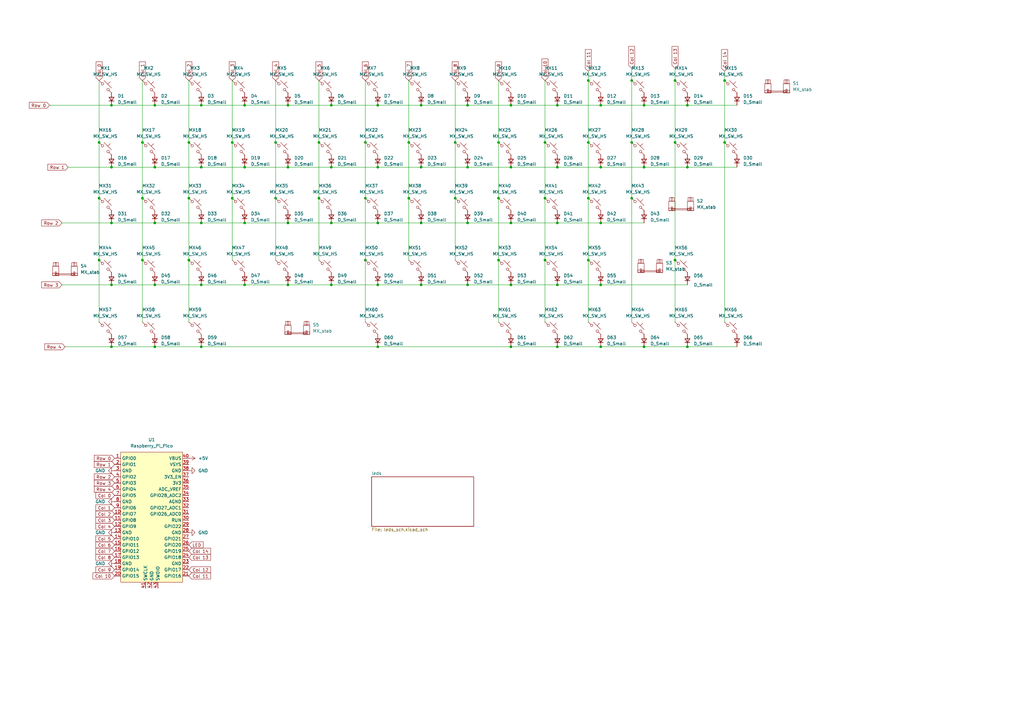
<source format=kicad_sch>
(kicad_sch (version 20250114) (generator "eeschema") (generator_version "9.0")
  (paper "A3")
  (junction (at 40.64 58.42))
  (junction (at 246.38 116.84))
  (junction (at 259.08 58.42))
  (junction (at 241.3 33.02))
  (junction (at 113.03 81.28))
  (junction (at 118.11 68.58))
  (junction (at 228.6 91.44))
  (junction (at 276.86 33.02))
  (junction (at 209.55 142.24))
  (junction (at 167.64 58.42))
  (junction (at 246.38 43.18))
  (junction (at 58.42 81.28))
  (junction (at 100.33 91.44))
  (junction (at 154.94 116.84))
  (junction (at 209.55 43.18))
  (junction (at 281.94 68.58))
  (junction (at 95.25 58.42))
  (junction (at 191.77 91.44))
  (junction (at 246.38 142.24))
  (junction (at 100.33 116.84))
  (junction (at 135.89 91.44))
  (junction (at 40.64 81.28))
  (junction (at 259.08 33.02))
  (junction (at 58.42 58.42))
  (junction (at 228.6 142.24))
  (junction (at 191.77 68.58))
  (junction (at 223.52 106.68))
  (junction (at 77.47 58.42))
  (junction (at 228.6 116.84))
  (junction (at 82.55 91.44))
  (junction (at 223.52 58.42))
  (junction (at 167.64 81.28))
  (junction (at 209.55 116.84))
  (junction (at 130.81 81.28))
  (junction (at 281.94 142.24))
  (junction (at 191.77 43.18))
  (junction (at 63.5 116.84))
  (junction (at 130.81 58.42))
  (junction (at 172.72 68.58))
  (junction (at 209.55 68.58))
  (junction (at 45.72 142.24))
  (junction (at 154.94 68.58))
  (junction (at 246.38 68.58))
  (junction (at 191.77 116.84))
  (junction (at 241.3 106.68))
  (junction (at 172.72 91.44))
  (junction (at 204.47 81.28))
  (junction (at 63.5 68.58))
  (junction (at 204.47 58.42))
  (junction (at 172.72 43.18))
  (junction (at 45.72 116.84))
  (junction (at 149.86 58.42))
  (junction (at 154.94 43.18))
  (junction (at 82.55 43.18))
  (junction (at 100.33 43.18))
  (junction (at 264.16 142.24))
  (junction (at 276.86 106.68))
  (junction (at 154.94 142.24))
  (junction (at 241.3 58.42))
  (junction (at 63.5 142.24))
  (junction (at 40.64 106.68))
  (junction (at 154.94 91.44))
  (junction (at 95.25 81.28))
  (junction (at 209.55 91.44))
  (junction (at 113.03 58.42))
  (junction (at 77.47 81.28))
  (junction (at 45.72 43.18))
  (junction (at 135.89 116.84))
  (junction (at 58.42 106.68))
  (junction (at 100.33 68.58))
  (junction (at 241.3 81.28))
  (junction (at 259.08 81.28))
  (junction (at 135.89 68.58))
  (junction (at 276.86 58.42))
  (junction (at 172.72 116.84))
  (junction (at 45.72 68.58))
  (junction (at 63.5 43.18))
  (junction (at 223.52 81.28))
  (junction (at 82.55 142.24))
  (junction (at 118.11 91.44))
  (junction (at 82.55 68.58))
  (junction (at 264.16 68.58))
  (junction (at 149.86 81.28))
  (junction (at 246.38 91.44))
  (junction (at 118.11 43.18))
  (junction (at 264.16 43.18))
  (junction (at 204.47 106.68))
  (junction (at 281.94 43.18))
  (junction (at 77.47 106.68))
  (junction (at 82.55 116.84))
  (junction (at 118.11 116.84))
  (junction (at 186.69 58.42))
  (junction (at 63.5 91.44))
  (junction (at 228.6 43.18))
  (junction (at 149.86 106.68))
  (junction (at 297.18 33.02))
  (junction (at 228.6 68.58))
  (junction (at 186.69 81.28))
  (junction (at 45.72 91.44))
  (junction (at 297.18 58.42))
  (junction (at 135.89 43.18))
  (wire (pts (xy 130.81 58.42) (xy 130.81 33.02)))
  (wire (pts (xy 63.5 116.84) (xy 82.55 116.84)))
  (wire (pts (xy 264.16 142.24) (xy 246.38 142.24)))
  (wire (pts (xy 167.64 58.42) (xy 167.64 33.02)))
  (wire (pts (xy 154.94 116.84) (xy 135.89 116.84)))
  (wire (pts (xy 77.47 132.08) (xy 77.47 106.68)))
  (wire (pts (xy 113.03 81.28) (xy 113.03 58.42)))
  (wire (pts (xy 281.94 116.84) (xy 246.38 116.84)))
  (wire (pts (xy 209.55 43.18) (xy 191.77 43.18)))
  (wire (pts (xy 63.5 91.44) (xy 82.55 91.44)))
  (wire (pts (xy 77.47 81.28) (xy 77.47 58.42)))
  (wire (pts (xy 246.38 116.84) (xy 228.6 116.84)))
  (wire (pts (xy 40.64 58.42) (xy 40.64 33.02)))
  (wire (pts (xy 149.86 132.08) (xy 149.86 106.68)))
  (wire (pts (xy 297.18 58.42) (xy 297.18 132.08)))
  (wire (pts (xy 45.72 91.44) (xy 25.4 91.44)))
  (wire (pts (xy 58.42 81.28) (xy 58.42 58.42)))
  (wire (pts (xy 63.5 43.18) (xy 82.55 43.18)))
  (wire (pts (xy 149.86 81.28) (xy 149.86 58.42)))
  (wire (pts (xy 172.72 43.18) (xy 154.94 43.18)))
  (wire (pts (xy 223.52 106.68) (xy 223.52 81.28)))
  (wire (pts (xy 297.18 33.02) (xy 297.18 58.42)))
  (wire (pts (xy 172.72 116.84) (xy 154.94 116.84)))
  (wire (pts (xy 100.33 68.58) (xy 82.55 68.58)))
  (wire (pts (xy 302.26 142.24) (xy 281.94 142.24)))
  (wire (pts (xy 95.25 81.28) (xy 95.25 58.42)))
  (wire (pts (xy 276.86 106.68) (xy 276.86 132.08)))
  (wire (pts (xy 63.5 91.44) (xy 45.72 91.44)))
  (wire (pts (xy 281.94 142.24) (xy 264.16 142.24)))
  (wire (pts (xy 241.3 81.28) (xy 241.3 58.42)))
  (wire (pts (xy 246.38 68.58) (xy 228.6 68.58)))
  (wire (pts (xy 40.64 106.68) (xy 40.64 81.28)))
  (wire (pts (xy 25.4 116.84) (xy 45.72 116.84)))
  (wire (pts (xy 135.89 116.84) (xy 118.11 116.84)))
  (wire (pts (xy 186.69 106.68) (xy 186.69 81.28)))
  (wire (pts (xy 259.08 33.02) (xy 259.08 58.42)))
  (wire (pts (xy 154.94 91.44) (xy 135.89 91.44)))
  (wire (pts (xy 100.33 43.18) (xy 82.55 43.18)))
  (wire (pts (xy 113.03 58.42) (xy 113.03 33.02)))
  (wire (pts (xy 241.3 33.02) (xy 241.3 58.42)))
  (wire (pts (xy 167.64 106.68) (xy 167.64 81.28)))
  (wire (pts (xy 172.72 91.44) (xy 154.94 91.44)))
  (wire (pts (xy 259.08 81.28) (xy 259.08 58.42)))
  (wire (pts (xy 246.38 142.24) (xy 228.6 142.24)))
  (wire (pts (xy 130.81 106.68) (xy 130.81 81.28)))
  (wire (pts (xy 281.94 43.18) (xy 264.16 43.18)))
  (wire (pts (xy 45.72 68.58) (xy 63.5 68.58)))
  (wire (pts (xy 264.16 68.58) (xy 246.38 68.58)))
  (wire (pts (xy 118.11 68.58) (xy 100.33 68.58)))
  (wire (pts (xy 259.08 81.28) (xy 259.08 132.08)))
  (wire (pts (xy 209.55 142.24) (xy 228.6 142.24)))
  (wire (pts (xy 228.6 43.18) (xy 209.55 43.18)))
  (wire (pts (xy 45.72 142.24) (xy 63.5 142.24)))
  (wire (pts (xy 209.55 142.24) (xy 154.94 142.24)))
  (wire (pts (xy 154.94 68.58) (xy 135.89 68.58)))
  (wire (pts (xy 223.52 58.42) (xy 223.52 33.02)))
  (wire (pts (xy 58.42 132.08) (xy 58.42 106.68)))
  (wire (pts (xy 95.25 106.68) (xy 95.25 81.28)))
  (wire (pts (xy 118.11 116.84) (xy 100.33 116.84)))
  (wire (pts (xy 204.47 106.68) (xy 204.47 81.28)))
  (wire (pts (xy 45.72 43.18) (xy 63.5 43.18)))
  (wire (pts (xy 20.32 43.18) (xy 45.72 43.18)))
  (wire (pts (xy 204.47 81.28) (xy 204.47 58.42)))
  (wire (pts (xy 100.33 116.84) (xy 82.55 116.84)))
  (wire (pts (xy 58.42 58.42) (xy 58.42 33.02)))
  (wire (pts (xy 154.94 43.18) (xy 135.89 43.18)))
  (wire (pts (xy 77.47 106.68) (xy 77.47 81.28)))
  (wire (pts (xy 26.67 142.24) (xy 45.72 142.24)))
  (wire (pts (xy 27.94 68.58) (xy 45.72 68.58)))
  (wire (pts (xy 276.86 58.42) (xy 276.86 106.68)))
  (wire (pts (xy 95.25 58.42) (xy 95.25 33.02)))
  (wire (pts (xy 281.94 68.58) (xy 264.16 68.58)))
  (wire (pts (xy 209.55 68.58) (xy 191.77 68.58)))
  (wire (pts (xy 40.64 106.68) (xy 40.64 132.08)))
  (wire (pts (xy 191.77 68.58) (xy 172.72 68.58)))
  (wire (pts (xy 149.86 58.42) (xy 149.86 33.02)))
  (wire (pts (xy 209.55 91.44) (xy 191.77 91.44)))
  (wire (pts (xy 281.94 43.18) (xy 302.26 43.18)))
  (wire (pts (xy 223.52 132.08) (xy 223.52 106.68)))
  (wire (pts (xy 246.38 91.44) (xy 228.6 91.44)))
  (wire (pts (xy 191.77 116.84) (xy 172.72 116.84)))
  (wire (pts (xy 135.89 68.58) (xy 118.11 68.58)))
  (wire (pts (xy 276.86 33.02) (xy 276.86 58.42)))
  (wire (pts (xy 302.26 68.58) (xy 281.94 68.58)))
  (wire (pts (xy 204.47 58.42) (xy 204.47 33.02)))
  (wire (pts (xy 204.47 132.08) (xy 204.47 106.68)))
  (wire (pts (xy 186.69 58.42) (xy 186.69 33.02)))
  (wire (pts (xy 276.86 27.94) (xy 276.86 33.02)))
  (wire (pts (xy 264.16 43.18) (xy 246.38 43.18)))
  (wire (pts (xy 58.42 106.68) (xy 58.42 81.28)))
  (wire (pts (xy 228.6 116.84) (xy 209.55 116.84)))
  (wire (pts (xy 186.69 81.28) (xy 186.69 58.42)))
  (wire (pts (xy 241.3 29.21) (xy 241.3 33.02)))
  (wire (pts (xy 246.38 43.18) (xy 228.6 43.18)))
  (wire (pts (xy 264.16 91.44) (xy 246.38 91.44)))
  (wire (pts (xy 100.33 91.44) (xy 82.55 91.44)))
  (wire (pts (xy 228.6 68.58) (xy 209.55 68.58)))
  (wire (pts (xy 223.52 81.28) (xy 223.52 58.42)))
  (wire (pts (xy 135.89 43.18) (xy 118.11 43.18)))
  (wire (pts (xy 259.08 27.94) (xy 259.08 33.02)))
  (wire (pts (xy 82.55 142.24) (xy 63.5 142.24)))
  (wire (pts (xy 241.3 106.68) (xy 241.3 81.28)))
  (wire (pts (xy 135.89 91.44) (xy 118.11 91.44)))
  (wire (pts (xy 149.86 106.68) (xy 149.86 81.28)))
  (wire (pts (xy 118.11 43.18) (xy 100.33 43.18)))
  (wire (pts (xy 118.11 91.44) (xy 100.33 91.44)))
  (wire (pts (xy 209.55 116.84) (xy 191.77 116.84)))
  (wire (pts (xy 297.18 33.02) (xy 297.18 29.21)))
  (wire (pts (xy 228.6 91.44) (xy 209.55 91.44)))
  (wire (pts (xy 191.77 91.44) (xy 172.72 91.44)))
  (wire (pts (xy 45.72 116.84) (xy 63.5 116.84)))
  (wire (pts (xy 191.77 43.18) (xy 172.72 43.18)))
  (wire (pts (xy 241.3 132.08) (xy 241.3 106.68)))
  (wire (pts (xy 82.55 68.58) (xy 63.5 68.58)))
  (wire (pts (xy 154.94 142.24) (xy 82.55 142.24)))
  (wire (pts (xy 130.81 81.28) (xy 130.81 58.42)))
  (wire (pts (xy 77.47 58.42) (xy 77.47 33.02)))
  (wire (pts (xy 172.72 68.58) (xy 154.94 68.58)))
  (wire (pts (xy 40.64 81.28) (xy 40.64 58.42)))
  (wire (pts (xy 167.64 81.28) (xy 167.64 58.42)))
  (wire (pts (xy 113.03 106.68) (xy 113.03 81.28)))
  (global_label "Row 0" (shape input) (at 20.32 43.18 180) (property "Intersheetrefs" "${INTERSHEET_REFS}" (effects (hide yes))))
  (global_label "Col 11" (shape input) (at 77.47 236.22 0) (property "Intersheetrefs" "${INTERSHEET_REFS}" (effects (hide yes))))
  (global_label "Col 6" (shape input) (at 46.99 223.52 180) (property "Intersheetrefs" "${INTERSHEET_REFS}" (effects (hide yes))))
  (global_label "Row 2" (shape input) (at 46.99 195.58 180) (property "Intersheetrefs" "${INTERSHEET_REFS}" (effects (hide yes))))
  (global_label "LED" (shape input) (at 77.47 223.52 0) (property "Intersheetrefs" "${INTERSHEET_REFS}" (effects (hide yes))))
  (global_label "Col 1" (shape input) (at 58.42 33.02 90) (property "Intersheetrefs" "${INTERSHEET_REFS}" (effects (hide yes))))
  (global_label "Col 0" (shape input) (at 40.64 33.02 90) (property "Intersheetrefs" "${INTERSHEET_REFS}" (effects (hide yes))))
  (global_label "Col 10" (shape input) (at 223.52 33.02 90) (property "Intersheetrefs" "${INTERSHEET_REFS}" (effects (hide yes))))
  (global_label "Col 4" (shape input) (at 46.99 215.9 180) (property "Intersheetrefs" "${INTERSHEET_REFS}" (effects (hide yes))))
  (global_label "Row 1" (shape input) (at 46.99 190.5 180) (property "Intersheetrefs" "${INTERSHEET_REFS}" (effects (hide yes))))
  (global_label "Col 3" (shape input) (at 95.25 33.02 90) (property "Intersheetrefs" "${INTERSHEET_REFS}" (effects (hide yes))))
  (global_label "Col 14" (shape input) (at 297.18 29.21 90) (property "Intersheetrefs" "${INTERSHEET_REFS}" (effects (hide yes))))
  (global_label "Col 14" (shape input) (at 77.47 226.06 0) (property "Intersheetrefs" "${INTERSHEET_REFS}" (effects (hide yes))))
  (global_label "Row 1" (shape input) (at 27.94 68.58 180) (property "Intersheetrefs" "${INTERSHEET_REFS}" (effects (hide yes))))
  (global_label "Col 1" (shape input) (at 46.99 208.28 180) (property "Intersheetrefs" "${INTERSHEET_REFS}" (effects (hide yes))))
  (global_label "Col 2" (shape input) (at 77.47 33.02 90) (property "Intersheetrefs" "${INTERSHEET_REFS}" (effects (hide yes))))
  (global_label "Row 4" (shape input) (at 26.67 142.24 180) (property "Intersheetrefs" "${INTERSHEET_REFS}" (effects (hide yes))))
  (global_label "Col 9" (shape input) (at 204.47 33.02 90) (property "Intersheetrefs" "${INTERSHEET_REFS}" (effects (hide yes))))
  (global_label "Col 12" (shape input) (at 259.08 27.94 90) (property "Intersheetrefs" "${INTERSHEET_REFS}" (effects (hide yes))))
  (global_label "Col 6" (shape input) (at 149.86 33.02 90) (property "Intersheetrefs" "${INTERSHEET_REFS}" (effects (hide yes))))
  (global_label "Col 13" (shape input) (at 77.47 228.6 0) (property "Intersheetrefs" "${INTERSHEET_REFS}" (effects (hide yes))))
  (global_label "Col 5" (shape input) (at 46.99 220.98 180) (property "Intersheetrefs" "${INTERSHEET_REFS}" (effects (hide yes))))
  (global_label "Col 10" (shape input) (at 46.99 236.22 180) (property "Intersheetrefs" "${INTERSHEET_REFS}" (effects (hide yes))))
  (global_label "Col 8" (shape input) (at 186.69 33.02 90) (property "Intersheetrefs" "${INTERSHEET_REFS}" (effects (hide yes))))
  (global_label "Col 12" (shape input) (at 77.47 233.68 0) (property "Intersheetrefs" "${INTERSHEET_REFS}" (effects (hide yes))))
  (global_label "Col 13" (shape input) (at 276.86 27.94 90) (property "Intersheetrefs" "${INTERSHEET_REFS}" (effects (hide yes))))
  (global_label "Col 5" (shape input) (at 130.81 33.02 90) (property "Intersheetrefs" "${INTERSHEET_REFS}" (effects (hide yes))))
  (global_label "Col 2" (shape input) (at 46.99 210.82 180) (property "Intersheetrefs" "${INTERSHEET_REFS}" (effects (hide yes))))
  (global_label "Col 7" (shape input) (at 46.99 226.06 180) (property "Intersheetrefs" "${INTERSHEET_REFS}" (effects (hide yes))))
  (global_label "Col 11" (shape input) (at 241.3 29.21 90) (property "Intersheetrefs" "${INTERSHEET_REFS}" (effects (hide yes))))
  (global_label "Row 0" (shape input) (at 46.99 187.96 180) (property "Intersheetrefs" "${INTERSHEET_REFS}" (effects (hide yes))))
  (global_label "Col 0" (shape input) (at 46.99 203.2 180) (property "Intersheetrefs" "${INTERSHEET_REFS}" (effects (hide yes))))
  (global_label "Col 4" (shape input) (at 113.03 33.02 90) (property "Intersheetrefs" "${INTERSHEET_REFS}" (effects (hide yes))))
  (global_label "Col 8" (shape input) (at 46.99 228.6 180) (property "Intersheetrefs" "${INTERSHEET_REFS}" (effects (hide yes))))
  (global_label "Col 3" (shape input) (at 46.99 213.36 180) (property "Intersheetrefs" "${INTERSHEET_REFS}" (effects (hide yes))))
  (global_label "Row 2" (shape input) (at 25.4 91.44 180) (property "Intersheetrefs" "${INTERSHEET_REFS}" (effects (hide yes))))
  (global_label "Col 9" (shape input) (at 46.99 233.68 180) (property "Intersheetrefs" "${INTERSHEET_REFS}" (effects (hide yes))))
  (global_label "Row 4" (shape input) (at 46.99 200.66 180) (property "Intersheetrefs" "${INTERSHEET_REFS}" (effects (hide yes))))
  (global_label "Row 3" (shape input) (at 46.99 198.12 180) (property "Intersheetrefs" "${INTERSHEET_REFS}" (effects (hide yes))))
  (global_label "Col 7" (shape input) (at 167.64 33.02 90) (property "Intersheetrefs" "${INTERSHEET_REFS}" (effects (hide yes))))
  (global_label "Row 3" (shape input) (at 25.4 116.84 180) (property "Intersheetrefs" "${INTERSHEET_REFS}" (effects (hide yes))))
  (symbol (lib_id "power:GND") (at 46.99 205.74 270) (unit 1)
    (property "Reference" "#PWR015" (effects (hide yes)))
    (property "Value" "GND" (at 43.18 205.7399 90) (effects (justify right)))
    (property "Description" "Power symbol creates a global label with name \"GND\" , ground" (effects (hide yes)))
  )
  (symbol (lib_id "Device:D_Small") (at 45.72 88.9 90) (unit 1)
    (property "Reference" "D31" (at 48.26 87.6299 90) (effects (justify right)))
    (property "Value" "D_Small" (at 48.26 90.1699 90) (effects (justify right)))
    (property "Footprint" "Diode_SMD:D_SOD-123" (effects (hide yes)))
    (property "Description" "Diode, small symbol" (effects (hide yes)))
    (property "Sim.Device" "D" (effects (hide yes)))
    (property "Sim.Pins" "1=K 2=A" (effects (hide yes)))
  )
  (symbol (lib_id "PCM_marbastlib-mx:MX_SW_HS_CPG151101S11") (at 243.84 109.22 0) (unit 1)
    (property "Reference" "MX55" (at 243.84 101.6 0))
    (property "Value" "MX_SW_HS" (at 243.84 104.14 0))
    (property "Footprint" "PCM_marbastlib-mx:SW_MX_HS_CPG151101S11_1u" (effects (hide yes)))
    (property "Description" "Push button switch, normally open, two pins, 45° tilted, Kailh CPG151101S11 for Cherry MX style switches" (effects (hide yes)))
  )
  (symbol (lib_id "PCM_marbastlib-mx:MX_SW_HS_CPG151101S11") (at 80.01 83.82 0) (unit 1)
    (property "Reference" "MX33" (at 80.01 76.2 0))
    (property "Value" "MX_SW_HS" (at 80.01 78.74 0))
    (property "Footprint" "PCM_marbastlib-mx:SW_MX_HS_CPG151101S11_1u" (effects (hide yes)))
    (property "Description" "Push button switch, normally open, two pins, 45° tilted, Kailh CPG151101S11 for Cherry MX style switches" (effects (hide yes)))
  )
  (symbol (lib_id "PCM_marbastlib-mx:MX_SW_HS_CPG151101S11") (at 43.18 60.96 0) (unit 1)
    (property "Reference" "MX16" (at 43.18 53.34 0))
    (property "Value" "MX_SW_HS" (at 43.18 55.88 0))
    (property "Footprint" "PCM_marbastlib-mx:SW_MX_HS_CPG151101S11_1.5u" (effects (hide yes)))
    (property "Description" "Push button switch, normally open, two pins, 45° tilted, Kailh CPG151101S11 for Cherry MX style switches" (effects (hide yes)))
  )
  (symbol (lib_id "PCM_marbastlib-mx:MX_SW_HS_CPG151101S11") (at 152.4 109.22 0) (unit 1)
    (property "Reference" "MX50" (at 152.4 101.6 0))
    (property "Value" "MX_SW_HS" (at 152.4 104.14 0))
    (property "Footprint" "PCM_marbastlib-mx:SW_MX_HS_CPG151101S11_1u" (effects (hide yes)))
    (property "Description" "Push button switch, normally open, two pins, 45° tilted, Kailh CPG151101S11 for Cherry MX style switches" (effects (hide yes)))
  )
  (symbol (lib_id "Device:D_Small") (at 172.72 114.3 90) (unit 1)
    (property "Reference" "D51" (at 175.26 113.0299 90) (effects (justify right)))
    (property "Value" "D_Small" (at 175.26 115.5699 90) (effects (justify right)))
    (property "Footprint" "Diode_SMD:D_SOD-123" (effects (hide yes)))
    (property "Description" "Diode, small symbol" (effects (hide yes)))
    (property "Sim.Device" "D" (effects (hide yes)))
    (property "Sim.Pins" "1=K 2=A" (effects (hide yes)))
  )
  (symbol (lib_id "PCM_marbastlib-mx:MX_SW_HS_CPG151101S11") (at 60.96 60.96 0) (unit 1)
    (property "Reference" "MX17" (at 60.96 53.34 0))
    (property "Value" "MX_SW_HS" (at 60.96 55.88 0))
    (property "Footprint" "PCM_marbastlib-mx:SW_MX_HS_CPG151101S11_1u" (effects (hide yes)))
    (property "Description" "Push button switch, normally open, two pins, 45° tilted, Kailh CPG151101S11 for Cherry MX style switches" (effects (hide yes)))
  )
  (symbol (lib_id "Device:D_Small") (at 228.6 66.04 90) (unit 1)
    (property "Reference" "D26" (at 231.14 64.7699 90) (effects (justify right)))
    (property "Value" "D_Small" (at 231.14 67.3099 90) (effects (justify right)))
    (property "Footprint" "Diode_SMD:D_SOD-123" (effects (hide yes)))
    (property "Description" "Diode, small symbol" (effects (hide yes)))
    (property "Sim.Device" "D" (effects (hide yes)))
    (property "Sim.Pins" "1=K 2=A" (effects (hide yes)))
  )
  (symbol (lib_id "Device:D_Small") (at 209.55 66.04 90) (unit 1)
    (property "Reference" "D25" (at 212.09 64.7699 90) (effects (justify right)))
    (property "Value" "D_Small" (at 212.09 67.3099 90) (effects (justify right)))
    (property "Footprint" "Diode_SMD:D_SOD-123" (effects (hide yes)))
    (property "Description" "Diode, small symbol" (effects (hide yes)))
    (property "Sim.Device" "D" (effects (hide yes)))
    (property "Sim.Pins" "1=K 2=A" (effects (hide yes)))
  )
  (symbol (lib_id "PCM_marbastlib-mx:MX_SW_HS_CPG151101S11") (at 97.79 60.96 0) (unit 1)
    (property "Reference" "MX19" (at 97.79 53.34 0))
    (property "Value" "MX_SW_HS" (at 97.79 55.88 0))
    (property "Footprint" "PCM_marbastlib-mx:SW_MX_HS_CPG151101S11_1u" (effects (hide yes)))
    (property "Description" "Push button switch, normally open, two pins, 45° tilted, Kailh CPG151101S11 for Cherry MX style switches" (effects (hide yes)))
  )
  (symbol (lib_id "Device:D_Small") (at 281.94 114.3 90) (unit 1)
    (property "Reference" "D56" (at 284.48 113.0299 90) (effects (justify right)))
    (property "Value" "D_Small" (at 284.48 116.8399 90) (effects (justify right)))
    (property "Footprint" "Diode_SMD:D_SOD-123" (effects (hide yes)))
    (property "Description" "Diode, small symbol" (effects (hide yes)))
    (property "Sim.Device" "D" (effects (hide yes)))
    (property "Sim.Pins" "1=K 2=A" (effects (hide yes)))
  )
  (symbol (lib_id "PCM_marbastlib-mx:MX_SW_HS_CPG151101S11") (at 207.01 35.56 0) (unit 1)
    (property "Reference" "MX10" (at 207.01 27.94 0))
    (property "Value" "MX_SW_HS" (at 207.01 30.48 0))
    (property "Footprint" "PCM_marbastlib-mx:SW_MX_HS_CPG151101S11_1u" (effects (hide yes)))
    (property "Description" "Push button switch, normally open, two pins, 45° tilted, Kailh CPG151101S11 for Cherry MX style switches" (effects (hide yes)))
  )
  (symbol (lib_id "Device:D_Small") (at 82.55 88.9 90) (unit 1)
    (property "Reference" "D33" (at 85.09 87.6299 90) (effects (justify right)))
    (property "Value" "D_Small" (at 85.09 90.1699 90) (effects (justify right)))
    (property "Footprint" "Diode_SMD:D_SOD-123" (effects (hide yes)))
    (property "Description" "Diode, small symbol" (effects (hide yes)))
    (property "Sim.Device" "D" (effects (hide yes)))
    (property "Sim.Pins" "1=K 2=A" (effects (hide yes)))
  )
  (symbol (lib_id "PCM_marbastlib-mx:MX_SW_HS_CPG151101S11") (at 60.96 35.56 0) (unit 1)
    (property "Reference" "MX2" (at 60.96 27.94 0))
    (property "Value" "MX_SW_HS" (at 60.96 30.48 0))
    (property "Footprint" "PCM_marbastlib-mx:SW_MX_HS_CPG151101S11_1u" (effects (hide yes)))
    (property "Description" "Push button switch, normally open, two pins, 45° tilted, Kailh CPG151101S11 for Cherry MX style switches" (effects (hide yes)))
  )
  (symbol (lib_id "Device:D_Small") (at 209.55 114.3 90) (unit 1)
    (property "Reference" "D53" (at 212.09 113.0299 90) (effects (justify right)))
    (property "Value" "D_Small" (at 212.09 115.5699 90) (effects (justify right)))
    (property "Footprint" "Diode_SMD:D_SOD-123" (effects (hide yes)))
    (property "Description" "Diode, small symbol" (effects (hide yes)))
    (property "Sim.Device" "D" (effects (hide yes)))
    (property "Sim.Pins" "1=K 2=A" (effects (hide yes)))
  )
  (symbol (lib_id "PCM_marbastlib-mx:MX_SW_HS_CPG151101S11") (at 115.57 35.56 0) (unit 1)
    (property "Reference" "MX5" (at 115.57 27.94 0))
    (property "Value" "MX_SW_HS" (at 115.57 30.48 0))
    (property "Footprint" "PCM_marbastlib-mx:SW_MX_HS_CPG151101S11_1u" (effects (hide yes)))
    (property "Description" "Push button switch, normally open, two pins, 45° tilted, Kailh CPG151101S11 for Cherry MX style switches" (effects (hide yes)))
  )
  (symbol (lib_id "Device:D_Small") (at 191.77 40.64 90) (unit 1)
    (property "Reference" "D9" (at 194.31 39.3699 90) (effects (justify right)))
    (property "Value" "D_Small" (at 194.31 41.9099 90) (effects (justify right)))
    (property "Footprint" "Diode_SMD:D_SOD-123" (effects (hide yes)))
    (property "Description" "Diode, small symbol" (effects (hide yes)))
    (property "Sim.Device" "D" (effects (hide yes)))
    (property "Sim.Pins" "1=K 2=A" (effects (hide yes)))
  )
  (symbol (lib_id "PCM_marbastlib-mx:MX_SW_HS_CPG151101S11") (at 152.4 35.56 0) (unit 1)
    (property "Reference" "MX7" (at 152.4 27.94 0))
    (property "Value" "MX_SW_HS" (at 152.4 30.48 0))
    (property "Footprint" "PCM_marbastlib-mx:SW_MX_HS_CPG151101S11_1u" (effects (hide yes)))
    (property "Description" "Push button switch, normally open, two pins, 45° tilted, Kailh CPG151101S11 for Cherry MX style switches" (effects (hide yes)))
  )
  (symbol (lib_id "PCM_marbastlib-mx:MX_SW_HS_CPG151101S11") (at 243.84 83.82 0) (unit 1)
    (property "Reference" "MX42" (at 243.84 76.2 0))
    (property "Value" "MX_SW_HS" (at 243.84 78.74 0))
    (property "Footprint" "PCM_marbastlib-mx:SW_MX_HS_CPG151101S11_1u" (effects (hide yes)))
    (property "Description" "Push button switch, normally open, two pins, 45° tilted, Kailh CPG151101S11 for Cherry MX style switches" (effects (hide yes)))
  )
  (symbol (lib_id "Device:D_Small") (at 45.72 139.7 90) (unit 1)
    (property "Reference" "D57" (at 48.26 138.4299 90) (effects (justify right)))
    (property "Value" "D_Small" (at 48.26 140.9699 90) (effects (justify right)))
    (property "Footprint" "Diode_SMD:D_SOD-123" (effects (hide yes)))
    (property "Description" "Diode, small symbol" (effects (hide yes)))
    (property "Sim.Device" "D" (effects (hide yes)))
    (property "Sim.Pins" "1=K 2=A" (effects (hide yes)))
  )
  (symbol (lib_id "PCM_marbastlib-mx:MX_SW_HS_CPG151101S11") (at 243.84 60.96 0) (unit 1)
    (property "Reference" "MX27" (at 243.84 53.34 0))
    (property "Value" "MX_SW_HS" (at 243.84 55.88 0))
    (property "Footprint" "PCM_marbastlib-mx:SW_MX_HS_CPG151101S11_1u" (effects (hide yes)))
    (property "Description" "Push button switch, normally open, two pins, 45° tilted, Kailh CPG151101S11 for Cherry MX style switches" (effects (hide yes)))
  )
  (symbol (lib_id "PCM_marbastlib-mx:MX_SW_HS_CPG151101S11") (at 189.23 83.82 0) (unit 1)
    (property "Reference" "MX39" (at 189.23 76.2 0))
    (property "Value" "MX_SW_HS" (at 189.23 78.74 0))
    (property "Footprint" "PCM_marbastlib-mx:SW_MX_HS_CPG151101S11_1u" (effects (hide yes)))
    (property "Description" "Push button switch, normally open, two pins, 45° tilted, Kailh CPG151101S11 for Cherry MX style switches" (effects (hide yes)))
  )
  (symbol (lib_id "Device:D_Small") (at 172.72 40.64 90) (unit 1)
    (property "Reference" "D8" (at 175.26 39.3699 90) (effects (justify right)))
    (property "Value" "D_Small" (at 175.26 41.9099 90) (effects (justify right)))
    (property "Footprint" "Diode_SMD:D_SOD-123" (effects (hide yes)))
    (property "Description" "Diode, small symbol" (effects (hide yes)))
    (property "Sim.Device" "D" (effects (hide yes)))
    (property "Sim.Pins" "1=K 2=A" (effects (hide yes)))
  )
  (symbol (lib_id "PCM_marbastlib-mx:MX_SW_HS_CPG151101S11") (at 133.35 35.56 0) (unit 1)
    (property "Reference" "MX6" (at 133.35 27.94 0))
    (property "Value" "MX_SW_HS" (at 133.35 30.48 0))
    (property "Footprint" "PCM_marbastlib-mx:SW_MX_HS_CPG151101S11_1u" (effects (hide yes)))
    (property "Description" "Push button switch, normally open, two pins, 45° tilted, Kailh CPG151101S11 for Cherry MX style switches" (effects (hide yes)))
  )
  (symbol (lib_id "PCM_marbastlib-mx:MX_SW_HS_CPG151101S11") (at 97.79 83.82 0) (unit 1)
    (property "Reference" "MX34" (at 97.79 76.2 0))
    (property "Value" "MX_SW_HS" (at 97.79 78.74 0))
    (property "Footprint" "PCM_marbastlib-mx:SW_MX_HS_CPG151101S11_1u" (effects (hide yes)))
    (property "Description" "Push button switch, normally open, two pins, 45° tilted, Kailh CPG151101S11 for Cherry MX style switches" (effects (hide yes)))
  )
  (symbol (lib_id "Device:D_Small") (at 135.89 66.04 90) (unit 1)
    (property "Reference" "D21" (at 138.43 64.7699 90) (effects (justify right)))
    (property "Value" "D_Small" (at 138.43 67.3099 90) (effects (justify right)))
    (property "Footprint" "Diode_SMD:D_SOD-123" (effects (hide yes)))
    (property "Description" "Diode, small symbol" (effects (hide yes)))
    (property "Sim.Device" "D" (effects (hide yes)))
    (property "Sim.Pins" "1=K 2=A" (effects (hide yes)))
  )
  (symbol (lib_id "Device:D_Small") (at 246.38 66.04 90) (unit 1)
    (property "Reference" "D27" (at 248.92 64.7699 90) (effects (justify right)))
    (property "Value" "D_Small" (at 248.92 67.3099 90) (effects (justify right)))
    (property "Footprint" "Diode_SMD:D_SOD-123" (effects (hide yes)))
    (property "Description" "Diode, small symbol" (effects (hide yes)))
    (property "Sim.Device" "D" (effects (hide yes)))
    (property "Sim.Pins" "1=K 2=A" (effects (hide yes)))
  )
  (symbol (lib_id "Device:D_Small") (at 135.89 40.64 90) (unit 1)
    (property "Reference" "D6" (at 138.43 39.3699 90) (effects (justify right)))
    (property "Value" "D_Small" (at 138.43 41.9099 90) (effects (justify right)))
    (property "Footprint" "Diode_SMD:D_SOD-123" (effects (hide yes)))
    (property "Description" "Diode, small symbol" (effects (hide yes)))
    (property "Sim.Device" "D" (effects (hide yes)))
    (property "Sim.Pins" "1=K 2=A" (effects (hide yes)))
  )
  (symbol (lib_id "Device:D_Small") (at 281.94 139.7 90) (unit 1)
    (property "Reference" "D65" (at 284.48 138.4299 90) (effects (justify right)))
    (property "Value" "D_Small" (at 284.48 140.9699 90) (effects (justify right)))
    (property "Footprint" "Diode_SMD:D_SOD-123" (effects (hide yes)))
    (property "Description" "Diode, small symbol" (effects (hide yes)))
    (property "Sim.Device" "D" (effects (hide yes)))
    (property "Sim.Pins" "1=K 2=A" (effects (hide yes)))
  )
  (symbol (lib_id "power:GND") (at 46.99 231.14 270) (unit 1)
    (property "Reference" "#PWR017" (effects (hide yes)))
    (property "Value" "GND" (at 43.18 231.1399 90) (effects (justify right)))
    (property "Description" "Power symbol creates a global label with name \"GND\" , ground" (effects (hide yes)))
  )
  (symbol (lib_id "PCM_marbastlib-mx:MX_SW_HS_CPG151101S11") (at 189.23 60.96 0) (unit 1)
    (property "Reference" "MX24" (at 189.23 53.34 0))
    (property "Value" "MX_SW_HS" (at 189.23 55.88 0))
    (property "Footprint" "PCM_marbastlib-mx:SW_MX_HS_CPG151101S11_1u" (effects (hide yes)))
    (property "Description" "Push button switch, normally open, two pins, 45° tilted, Kailh CPG151101S11 for Cherry MX style switches" (effects (hide yes)))
  )
  (symbol (lib_id "PCM_marbastlib-mx:MX_SW_HS_CPG151101S11") (at 170.18 109.22 0) (unit 1)
    (property "Reference" "MX51" (at 170.18 101.6 0))
    (property "Value" "MX_SW_HS" (at 170.18 104.14 0))
    (property "Footprint" "PCM_marbastlib-mx:SW_MX_HS_CPG151101S11_1u" (effects (hide yes)))
    (property "Description" "Push button switch, normally open, two pins, 45° tilted, Kailh CPG151101S11 for Cherry MX style switches" (effects (hide yes)))
  )
  (symbol (lib_id "PCM_marbastlib-mx:MX_SW_HS_CPG151101S11") (at 207.01 109.22 0) (unit 1)
    (property "Reference" "MX53" (at 207.01 101.6 0))
    (property "Value" "MX_SW_HS" (at 207.01 104.14 0))
    (property "Footprint" "PCM_marbastlib-mx:SW_MX_HS_CPG151101S11_1u" (effects (hide yes)))
    (property "Description" "Push button switch, normally open, two pins, 45° tilted, Kailh CPG151101S11 for Cherry MX style switches" (effects (hide yes)))
  )
  (symbol (lib_id "PCM_marbastlib-mx:MX_SW_HS_CPG151101S11") (at 243.84 134.62 0) (unit 1)
    (property "Reference" "MX63" (at 243.84 127 0))
    (property "Value" "MX_SW_HS" (at 243.84 129.54 0))
    (property "Footprint" "PCM_marbastlib-mx:SW_MX_HS_CPG151101S11_1.25u" (effects (hide yes)))
    (property "Description" "Push button switch, normally open, two pins, 45° tilted, Kailh CPG151101S11 for Cherry MX style switches" (effects (hide yes)))
  )
  (symbol (lib_id "PCM_marbastlib-mx:MX_SW_HS_CPG151101S11") (at 299.72 60.96 0) (unit 1)
    (property "Reference" "MX30" (at 299.72 53.34 0))
    (property "Value" "MX_SW_HS" (at 299.72 55.88 0))
    (property "Footprint" "PCM_marbastlib-mx:SW_MX_HS_CPG151101S11_1u" (effects (hide yes)))
    (property "Description" "Push button switch, normally open, two pins, 45° tilted, Kailh CPG151101S11 for Cherry MX style switches" (effects (hide yes)))
  )
  (symbol (lib_id "Device:D_Small") (at 154.94 88.9 90) (unit 1)
    (property "Reference" "D37" (at 157.48 87.6299 90) (effects (justify right)))
    (property "Value" "D_Small" (at 157.48 90.1699 90) (effects (justify right)))
    (property "Footprint" "Diode_SMD:D_SOD-123" (effects (hide yes)))
    (property "Description" "Diode, small symbol" (effects (hide yes)))
    (property "Sim.Device" "D" (effects (hide yes)))
    (property "Sim.Pins" "1=K 2=A" (effects (hide yes)))
  )
  (symbol (lib_id "Device:D_Small") (at 191.77 88.9 90) (unit 1)
    (property "Reference" "D39" (at 194.31 87.6299 90) (effects (justify right)))
    (property "Value" "D_Small" (at 194.31 90.1699 90) (effects (justify right)))
    (property "Footprint" "Diode_SMD:D_SOD-123" (effects (hide yes)))
    (property "Description" "Diode, small symbol" (effects (hide yes)))
    (property "Sim.Device" "D" (effects (hide yes)))
    (property "Sim.Pins" "1=K 2=A" (effects (hide yes)))
  )
  (symbol (lib_id "PCM_marbastlib-mx:MX_SW_HS_CPG151101S11") (at 226.06 60.96 0) (unit 1)
    (property "Reference" "MX26" (at 226.06 53.34 0))
    (property "Value" "MX_SW_HS" (at 226.06 55.88 0))
    (property "Footprint" "PCM_marbastlib-mx:SW_MX_HS_CPG151101S11_1u" (effects (hide yes)))
    (property "Description" "Push button switch, normally open, two pins, 45° tilted, Kailh CPG151101S11 for Cherry MX style switches" (effects (hide yes)))
  )
  (symbol (lib_id "Device:D_Small") (at 172.72 66.04 90) (unit 1)
    (property "Reference" "D23" (at 175.26 64.7699 90) (effects (justify right)))
    (property "Value" "D_Small" (at 175.26 67.3099 90) (effects (justify right)))
    (property "Footprint" "Diode_SMD:D_SOD-123" (effects (hide yes)))
    (property "Description" "Diode, small symbol" (effects (hide yes)))
    (property "Sim.Device" "D" (effects (hide yes)))
    (property "Sim.Pins" "1=K 2=A" (effects (hide yes)))
  )
  (symbol (lib_id "PCM_marbastlib-mx:MX_SW_HS_CPG151101S11") (at 279.4 134.62 0) (unit 1)
    (property "Reference" "MX65" (at 279.4 127 0))
    (property "Value" "MX_SW_HS" (at 279.4 129.54 0))
    (property "Footprint" "PCM_marbastlib-mx:SW_MX_HS_CPG151101S11_1u" (effects (hide yes)))
    (property "Description" "Push button switch, normally open, two pins, 45° tilted, Kailh CPG151101S11 for Cherry MX style switches" (effects (hide yes)))
  )
  (symbol (lib_id "Device:D_Small") (at 45.72 66.04 90) (unit 1)
    (property "Reference" "D16" (at 48.26 64.7699 90) (effects (justify right)))
    (property "Value" "D_Small" (at 48.26 67.3099 90) (effects (justify right)))
    (property "Footprint" "Diode_SMD:D_SOD-123" (effects (hide yes)))
    (property "Description" "Diode, small symbol" (effects (hide yes)))
    (property "Sim.Device" "D" (effects (hide yes)))
    (property "Sim.Pins" "1=K 2=A" (effects (hide yes)))
  )
  (symbol (lib_id "PCM_marbastlib-mx:MX_SW_HS_CPG151101S11") (at 43.18 35.56 0) (unit 1)
    (property "Reference" "MX1" (at 43.18 27.94 0))
    (property "Value" "MX_SW_HS" (at 43.18 30.48 0))
    (property "Footprint" "PCM_marbastlib-mx:SW_MX_HS_CPG151101S11_1u" (effects (hide yes)))
    (property "Description" "Push button switch, normally open, two pins, 45° tilted, Kailh CPG151101S11 for Cherry MX style switches" (effects (hide yes)))
  )
  (symbol (lib_id "Device:D_Small") (at 228.6 88.9 90) (unit 1)
    (property "Reference" "D41" (at 231.14 87.6299 90) (effects (justify right)))
    (property "Value" "D_Small" (at 231.14 90.1699 90) (effects (justify right)))
    (property "Footprint" "Diode_SMD:D_SOD-123" (effects (hide yes)))
    (property "Description" "Diode, small symbol" (effects (hide yes)))
    (property "Sim.Device" "D" (effects (hide yes)))
    (property "Sim.Pins" "1=K 2=A" (effects (hide yes)))
  )
  (symbol (lib_id "PCM_marbastlib-mx:MX_SW_HS_CPG151101S11") (at 261.62 83.82 0) (unit 1)
    (property "Reference" "MX43" (at 261.62 76.2 0))
    (property "Value" "MX_SW_HS" (at 261.62 78.74 0))
    (property "Footprint" "PCM_marbastlib-mx:SW_MX_HS_CPG151101S11_1u" (effects (hide yes)))
    (property "Description" "Push button switch, normally open, two pins, 45° tilted, Kailh CPG151101S11 for Cherry MX style switches" (effects (hide yes)))
  )
  (symbol (lib_id "PCM_marbastlib-mx:MX_SW_HS_CPG151101S11") (at 207.01 134.62 0) (unit 1)
    (property "Reference" "MX61" (at 207.01 127 0))
    (property "Value" "MX_SW_HS" (at 207.01 129.54 0))
    (property "Footprint" "PCM_marbastlib-mx:SW_MX_HS_CPG151101S11_1.25u" (effects (hide yes)))
    (property "Description" "Push button switch, normally open, two pins, 45° tilted, Kailh CPG151101S11 for Cherry MX style switches" (effects (hide yes)))
  )
  (symbol (lib_id "Device:D_Small") (at 118.11 40.64 90) (unit 1)
    (property "Reference" "D5" (at 120.65 39.3699 90) (effects (justify right)))
    (property "Value" "D_Small" (at 120.65 41.9099 90) (effects (justify right)))
    (property "Footprint" "Diode_SMD:D_SOD-123" (effects (hide yes)))
    (property "Description" "Diode, small symbol" (effects (hide yes)))
    (property "Sim.Device" "D" (effects (hide yes)))
    (property "Sim.Pins" "1=K 2=A" (effects (hide yes)))
  )
  (symbol (lib_id "Device:D_Small") (at 281.94 66.04 90) (unit 1)
    (property "Reference" "D29" (at 284.48 64.7699 90) (effects (justify right)))
    (property "Value" "D_Small" (at 284.48 67.3099 90) (effects (justify right)))
    (property "Footprint" "Diode_SMD:D_SOD-123" (effects (hide yes)))
    (property "Description" "Diode, small symbol" (effects (hide yes)))
    (property "Sim.Device" "D" (effects (hide yes)))
    (property "Sim.Pins" "1=K 2=A" (effects (hide yes)))
  )
  (symbol (lib_id "PCM_marbastlib-mx:MX_stab") (at 26.67 110.49 0) (unit 1)
    (property "Reference" "S4" (at 33.02 109.0929 0) (effects (justify left)))
    (property "Value" "MX_stab" (at 33.02 111.6329 0) (effects (justify left)))
    (property "Footprint" "PCM_marbastlib-mx:STAB_MX_P_2.25u" (effects (hide yes)))
    (property "Description" "Cherry MX-style stabilizer" (effects (hide yes)))
  )
  (symbol (lib_id "PCM_marbastlib-mx:MX_SW_HS_CPG151101S11") (at 115.57 109.22 0) (unit 1)
    (property "Reference" "MX48" (at 115.57 101.6 0))
    (property "Value" "MX_SW_HS" (at 115.57 104.14 0))
    (property "Footprint" "PCM_marbastlib-mx:SW_MX_HS_CPG151101S11_1u" (effects (hide yes)))
    (property "Description" "Push button switch, normally open, two pins, 45° tilted, Kailh CPG151101S11 for Cherry MX style switches" (effects (hide yes)))
  )
  (symbol (lib_id "Device:D_Small") (at 154.94 139.7 90) (unit 1)
    (property "Reference" "D60" (at 157.48 138.4299 90) (effects (justify right)))
    (property "Value" "D_Small" (at 157.48 140.9699 90) (effects (justify right)))
    (property "Footprint" "Diode_SMD:D_SOD-123" (effects (hide yes)))
    (property "Description" "Diode, small symbol" (effects (hide yes)))
    (property "Sim.Device" "D" (effects (hide yes)))
    (property "Sim.Pins" "1=K 2=A" (effects (hide yes)))
  )
  (symbol (lib_id "Device:D_Small") (at 228.6 40.64 90) (unit 1)
    (property "Reference" "D11" (at 231.14 39.3699 90) (effects (justify right)))
    (property "Value" "D_Small" (at 231.14 41.9099 90) (effects (justify right)))
    (property "Footprint" "Diode_SMD:D_SOD-123" (effects (hide yes)))
    (property "Description" "Diode, small symbol" (effects (hide yes)))
    (property "Sim.Device" "D" (effects (hide yes)))
    (property "Sim.Pins" "1=K 2=A" (effects (hide yes)))
  )
  (symbol (lib_id "JoeScotto:MCU_Raspberry_Pi_Pico") (at 62.23 212.09 0) (unit 1)
    (property "Reference" "U1" (at 62.23 180.34 0))
    (property "Value" "Raspberry_Pi_Pico" (at 62.23 182.88 0))
    (property "Footprint" "ScottoKeebs_MCU:Raspberry_Pi_Pico" (effects (hide yes)))
  )
  (symbol (lib_id "Device:D_Small") (at 118.11 66.04 90) (unit 1)
    (property "Reference" "D20" (at 120.65 64.7699 90) (effects (justify right)))
    (property "Value" "D_Small" (at 120.65 67.3099 90) (effects (justify right)))
    (property "Footprint" "Diode_SMD:D_SOD-123" (effects (hide yes)))
    (property "Description" "Diode, small symbol" (effects (hide yes)))
    (property "Sim.Device" "D" (effects (hide yes)))
    (property "Sim.Pins" "1=K 2=A" (effects (hide yes)))
  )
  (symbol (lib_id "PCM_marbastlib-mx:MX_SW_HS_CPG151101S11") (at 152.4 134.62 0) (unit 1)
    (property "Reference" "MX60" (at 152.4 127 0))
    (property "Value" "MX_SW_HS" (at 152.4 129.54 0))
    (property "Footprint" "PCM_marbastlib-mx:SW_MX_HS_CPG151101S11_1u" (effects (hide yes)))
    (property "Description" "Push button switch, normally open, two pins, 45° tilted, Kailh CPG151101S11 for Cherry MX style switches" (effects (hide yes)))
  )
  (symbol (lib_id "PCM_marbastlib-mx:MX_SW_HS_CPG151101S11") (at 43.18 109.22 0) (unit 1)
    (property "Reference" "MX44" (at 43.18 101.6 0))
    (property "Value" "MX_SW_HS" (at 43.18 104.14 0))
    (property "Footprint" "PCM_marbastlib-mx:SW_MX_HS_CPG151101S11_1u" (effects (hide yes)))
    (property "Description" "Push button switch, normally open, two pins, 45° tilted, Kailh CPG151101S11 for Cherry MX style switches" (effects (hide yes)))
  )
  (symbol (lib_id "PCM_marbastlib-mx:MX_SW_HS_CPG151101S11") (at 279.4 109.22 0) (unit 1)
    (property "Reference" "MX56" (at 279.4 101.6 0))
    (property "Value" "MX_SW_HS" (at 279.4 104.14 0))
    (property "Footprint" "PCM_marbastlib-mx:SW_MX_HS_CPG151101S11_1u" (effects (hide yes)))
    (property "Description" "Push button switch, normally open, two pins, 45° tilted, Kailh CPG151101S11 for Cherry MX style switches" (effects (hide yes)))
  )
  (symbol (lib_id "PCM_marbastlib-mx:MX_SW_HS_CPG151101S11") (at 80.01 60.96 0) (unit 1)
    (property "Reference" "MX18" (at 80.01 53.34 0))
    (property "Value" "MX_SW_HS" (at 80.01 55.88 0))
    (property "Footprint" "PCM_marbastlib-mx:SW_MX_HS_CPG151101S11_1u" (effects (hide yes)))
    (property "Description" "Push button switch, normally open, two pins, 45° tilted, Kailh CPG151101S11 for Cherry MX style switches" (effects (hide yes)))
  )
  (symbol (lib_id "Device:D_Small") (at 209.55 40.64 90) (unit 1)
    (property "Reference" "D10" (at 212.09 39.3699 90) (effects (justify right)))
    (property "Value" "D_Small" (at 212.09 41.9099 90) (effects (justify right)))
    (property "Footprint" "Diode_SMD:D_SOD-123" (effects (hide yes)))
    (property "Description" "Diode, small symbol" (effects (hide yes)))
    (property "Sim.Device" "D" (effects (hide yes)))
    (property "Sim.Pins" "1=K 2=A" (effects (hide yes)))
  )
  (symbol (lib_id "PCM_marbastlib-mx:MX_SW_HS_CPG151101S11") (at 97.79 35.56 0) (unit 1)
    (property "Reference" "MX4" (at 97.79 27.94 0))
    (property "Value" "MX_SW_HS" (at 97.79 30.48 0))
    (property "Footprint" "PCM_marbastlib-mx:SW_MX_HS_CPG151101S11_1u" (effects (hide yes)))
    (property "Description" "Push button switch, normally open, two pins, 45° tilted, Kailh CPG151101S11 for Cherry MX style switches" (effects (hide yes)))
  )
  (symbol (lib_id "PCM_marbastlib-mx:MX_SW_HS_CPG151101S11") (at 226.06 83.82 0) (unit 1)
    (property "Reference" "MX41" (at 226.06 76.2 0))
    (property "Value" "MX_SW_HS" (at 226.06 78.74 0))
    (property "Footprint" "PCM_marbastlib-mx:SW_MX_HS_CPG151101S11_1u" (effects (hide yes)))
    (property "Description" "Push button switch, normally open, two pins, 45° tilted, Kailh CPG151101S11 for Cherry MX style switches" (effects (hide yes)))
  )
  (symbol (lib_id "PCM_marbastlib-mx:MX_stab") (at 318.77 35.56 0) (unit 1)
    (property "Reference" "S1" (at 325.12 34.1629 0) (effects (justify left)))
    (property "Value" "MX_stab" (at 325.12 36.7029 0) (effects (justify left)))
    (property "Footprint" "PCM_marbastlib-mx:STAB_MX_P_2u" (effects (hide yes)))
    (property "Description" "Cherry MX-style stabilizer" (effects (hide yes)))
  )
  (symbol (lib_id "PCM_marbastlib-mx:MX_SW_HS_CPG151101S11") (at 115.57 83.82 0) (unit 1)
    (property "Reference" "MX35" (at 115.57 76.2 0))
    (property "Value" "MX_SW_HS" (at 115.57 78.74 0))
    (property "Footprint" "PCM_marbastlib-mx:SW_MX_HS_CPG151101S11_1u" (effects (hide yes)))
    (property "Description" "Push button switch, normally open, two pins, 45° tilted, Kailh CPG151101S11 for Cherry MX style switches" (effects (hide yes)))
  )
  (symbol (lib_id "power:GND") (at 77.47 218.44 90) (unit 1)
    (property "Reference" "#PWR018" (effects (hide yes)))
    (property "Value" "GND" (at 81.28 218.4399 90) (effects (justify right)))
    (property "Description" "Power symbol creates a global label with name \"GND\" , ground" (effects (hide yes)))
  )
  (symbol (lib_id "Device:D_Small") (at 100.33 66.04 90) (unit 1)
    (property "Reference" "D19" (at 102.87 64.7699 90) (effects (justify right)))
    (property "Value" "D_Small" (at 102.87 67.3099 90) (effects (justify right)))
    (property "Footprint" "Diode_SMD:D_SOD-123" (effects (hide yes)))
    (property "Description" "Diode, small symbol" (effects (hide yes)))
    (property "Sim.Device" "D" (effects (hide yes)))
    (property "Sim.Pins" "1=K 2=A" (effects (hide yes)))
  )
  (symbol (lib_id "Device:D_Small") (at 264.16 66.04 90) (unit 1)
    (property "Reference" "D28" (at 266.7 64.7699 90) (effects (justify right)))
    (property "Value" "D_Small" (at 266.7 67.3099 90) (effects (justify right)))
    (property "Footprint" "Diode_SMD:D_SOD-123" (effects (hide yes)))
    (property "Description" "Diode, small symbol" (effects (hide yes)))
    (property "Sim.Device" "D" (effects (hide yes)))
    (property "Sim.Pins" "1=K 2=A" (effects (hide yes)))
  )
  (symbol (lib_id "Device:D_Small") (at 135.89 88.9 90) (unit 1)
    (property "Reference" "D36" (at 138.43 87.6299 90) (effects (justify right)))
    (property "Value" "D_Small" (at 138.43 90.1699 90) (effects (justify right)))
    (property "Footprint" "Diode_SMD:D_SOD-123" (effects (hide yes)))
    (property "Description" "Diode, small symbol" (effects (hide yes)))
    (property "Sim.Device" "D" (effects (hide yes)))
    (property "Sim.Pins" "1=K 2=A" (effects (hide yes)))
  )
  (symbol (lib_id "Device:D_Small") (at 82.55 40.64 90) (unit 1)
    (property "Reference" "D3" (at 85.09 39.3699 90) (effects (justify right)))
    (property "Value" "D_Small" (at 85.09 41.9099 90) (effects (justify right)))
    (property "Footprint" "Diode_SMD:D_SOD-123" (effects (hide yes)))
    (property "Description" "Diode, small symbol" (effects (hide yes)))
    (property "Sim.Device" "D" (effects (hide yes)))
    (property "Sim.Pins" "1=K 2=A" (effects (hide yes)))
  )
  (symbol (lib_id "PCM_marbastlib-mx:MX_SW_HS_CPG151101S11") (at 43.18 134.62 0) (unit 1)
    (property "Reference" "MX57" (at 43.18 127 0))
    (property "Value" "MX_SW_HS" (at 43.18 129.54 0))
    (property "Footprint" "PCM_marbastlib-mx:SW_MX_HS_CPG151101S11_1.25u" (effects (hide yes)))
    (property "Description" "Push button switch, normally open, two pins, 45° tilted, Kailh CPG151101S11 for Cherry MX style switches" (effects (hide yes)))
  )
  (symbol (lib_id "PCM_marbastlib-mx:MX_SW_HS_CPG151101S11") (at 226.06 134.62 0) (unit 1)
    (property "Reference" "MX62" (at 226.06 127 0))
    (property "Value" "MX_SW_HS" (at 226.06 129.54 0))
    (property "Footprint" "PCM_marbastlib-mx:SW_MX_HS_CPG151101S11_1.25u" (effects (hide yes)))
    (property "Description" "Push button switch, normally open, two pins, 45° tilted, Kailh CPG151101S11 for Cherry MX style switches" (effects (hide yes)))
  )
  (symbol (lib_id "PCM_marbastlib-mx:MX_SW_HS_CPG151101S11") (at 80.01 35.56 0) (unit 1)
    (property "Reference" "MX3" (at 80.01 27.94 0))
    (property "Value" "MX_SW_HS" (at 80.01 30.48 0))
    (property "Footprint" "PCM_marbastlib-mx:SW_MX_HS_CPG151101S11_1u" (effects (hide yes)))
    (property "Description" "Push button switch, normally open, two pins, 45° tilted, Kailh CPG151101S11 for Cherry MX style switches" (effects (hide yes)))
  )
  (symbol (lib_id "PCM_marbastlib-mx:MX_SW_HS_CPG151101S11") (at 170.18 60.96 0) (unit 1)
    (property "Reference" "MX23" (at 170.18 53.34 0))
    (property "Value" "MX_SW_HS" (at 170.18 55.88 0))
    (property "Footprint" "PCM_marbastlib-mx:SW_MX_HS_CPG151101S11_1u" (effects (hide yes)))
    (property "Description" "Push button switch, normally open, two pins, 45° tilted, Kailh CPG151101S11 for Cherry MX style switches" (effects (hide yes)))
  )
  (symbol (lib_id "PCM_marbastlib-mx:MX_SW_HS_CPG151101S11") (at 226.06 35.56 0) (unit 1)
    (property "Reference" "MX11" (at 226.06 27.94 0))
    (property "Value" "MX_SW_HS" (at 226.06 30.48 0))
    (property "Footprint" "PCM_marbastlib-mx:SW_MX_HS_CPG151101S11_1u" (effects (hide yes)))
    (property "Description" "Push button switch, normally open, two pins, 45° tilted, Kailh CPG151101S11 for Cherry MX style switches" (effects (hide yes)))
  )
  (symbol (lib_id "PCM_marbastlib-mx:MX_stab") (at 266.7 109.22 0) (unit 1)
    (property "Reference" "S3" (at 273.05 107.8229 0) (effects (justify left)))
    (property "Value" "MX_stab" (at 273.05 110.3629 0) (effects (justify left)))
    (property "Footprint" "PCM_marbastlib-mx:STAB_MX_P_2.25u" (effects (hide yes)))
    (property "Description" "Cherry MX-style stabilizer" (effects (hide yes)))
  )
  (symbol (lib_id "PCM_marbastlib-mx:MX_SW_HS_CPG151101S11") (at 80.01 109.22 0) (unit 1)
    (property "Reference" "MX46" (at 80.01 101.6 0))
    (property "Value" "MX_SW_HS" (at 80.01 104.14 0))
    (property "Footprint" "PCM_marbastlib-mx:SW_MX_HS_CPG151101S11_1u" (effects (hide yes)))
    (property "Description" "Push button switch, normally open, two pins, 45° tilted, Kailh CPG151101S11 for Cherry MX style switches" (effects (hide yes)))
  )
  (symbol (lib_id "PCM_marbastlib-mx:MX_SW_HS_CPG151101S11") (at 261.62 60.96 0) (unit 1)
    (property "Reference" "MX28" (at 261.62 53.34 0))
    (property "Value" "MX_SW_HS" (at 261.62 55.88 0))
    (property "Footprint" "PCM_marbastlib-mx:SW_MX_HS_CPG151101S11_1u" (effects (hide yes)))
    (property "Description" "Push button switch, normally open, two pins, 45° tilted, Kailh CPG151101S11 for Cherry MX style switches" (effects (hide yes)))
  )
  (symbol (lib_id "Device:D_Small") (at 45.72 114.3 90) (unit 1)
    (property "Reference" "D44" (at 48.26 113.0299 90) (effects (justify right)))
    (property "Value" "D_Small" (at 48.26 115.5699 90) (effects (justify right)))
    (property "Footprint" "Diode_SMD:D_SOD-123" (effects (hide yes)))
    (property "Description" "Diode, small symbol" (effects (hide yes)))
    (property "Sim.Device" "D" (effects (hide yes)))
    (property "Sim.Pins" "1=K 2=A" (effects (hide yes)))
  )
  (symbol (lib_id "PCM_marbastlib-mx:MX_SW_HS_CPG151101S11") (at 170.18 83.82 0) (unit 1)
    (property "Reference" "MX38" (at 170.18 76.2 0))
    (property "Value" "MX_SW_HS" (at 170.18 78.74 0))
    (property "Footprint" "PCM_marbastlib-mx:SW_MX_HS_CPG151101S11_1u" (effects (hide yes)))
    (property "Description" "Push button switch, normally open, two pins, 45° tilted, Kailh CPG151101S11 for Cherry MX style switches" (effects (hide yes)))
  )
  (symbol (lib_id "Device:D_Small") (at 100.33 114.3 90) (unit 1)
    (property "Reference" "D47" (at 102.87 113.0299 90) (effects (justify right)))
    (property "Value" "D_Small" (at 102.87 115.5699 90) (effects (justify right)))
    (property "Footprint" "Diode_SMD:D_SOD-123" (effects (hide yes)))
    (property "Description" "Diode, small symbol" (effects (hide yes)))
    (property "Sim.Device" "D" (effects (hide yes)))
    (property "Sim.Pins" "1=K 2=A" (effects (hide yes)))
  )
  (symbol (lib_id "Device:D_Small") (at 302.26 66.04 90) (unit 1)
    (property "Reference" "D30" (at 304.8 64.7699 90) (effects (justify right)))
    (property "Value" "D_Small" (at 304.8 67.3099 90) (effects (justify right)))
    (property "Footprint" "Diode_SMD:D_SOD-123" (effects (hide yes)))
    (property "Description" "Diode, small symbol" (effects (hide yes)))
    (property "Sim.Device" "D" (effects (hide yes)))
    (property "Sim.Pins" "1=K 2=A" (effects (hide yes)))
  )
  (symbol (lib_id "PCM_marbastlib-mx:MX_SW_HS_CPG151101S11") (at 133.35 109.22 0) (unit 1)
    (property "Reference" "MX49" (at 133.35 101.6 0))
    (property "Value" "MX_SW_HS" (at 133.35 104.14 0))
    (property "Footprint" "PCM_marbastlib-mx:SW_MX_HS_CPG151101S11_1u" (effects (hide yes)))
    (property "Description" "Push button switch, normally open, two pins, 45° tilted, Kailh CPG151101S11 for Cherry MX style switches" (effects (hide yes)))
  )
  (symbol (lib_id "PCM_marbastlib-mx:MX_SW_HS_CPG151101S11") (at 279.4 60.96 0) (unit 1)
    (property "Reference" "MX29" (at 279.4 53.34 0))
    (property "Value" "MX_SW_HS" (at 279.4 55.88 0))
    (property "Footprint" "PCM_marbastlib-mx:SW_MX_HS_CPG151101S11_1.5u" (effects (hide yes)))
    (property "Description" "Push button switch, normally open, two pins, 45° tilted, Kailh CPG151101S11 for Cherry MX style switches" (effects (hide yes)))
  )
  (symbol (lib_id "Device:D_Small") (at 172.72 88.9 90) (unit 1)
    (property "Reference" "D38" (at 175.26 87.6299 90) (effects (justify right)))
    (property "Value" "D_Small" (at 175.26 90.1699 90) (effects (justify right)))
    (property "Footprint" "Diode_SMD:D_SOD-123" (effects (hide yes)))
    (property "Description" "Diode, small symbol" (effects (hide yes)))
    (property "Sim.Device" "D" (effects (hide yes)))
    (property "Sim.Pins" "1=K 2=A" (effects (hide yes)))
  )
  (symbol (lib_id "PCM_marbastlib-mx:MX_SW_HS_CPG151101S11") (at 133.35 83.82 0) (unit 1)
    (property "Reference" "MX36" (at 133.35 76.2 0))
    (property "Value" "MX_SW_HS" (at 133.35 78.74 0))
    (property "Footprint" "PCM_marbastlib-mx:SW_MX_HS_CPG151101S11_1u" (effects (hide yes)))
    (property "Description" "Push button switch, normally open, two pins, 45° tilted, Kailh CPG151101S11 for Cherry MX style switches" (effects (hide yes)))
  )
  (symbol (lib_id "PCM_marbastlib-mx:MX_SW_HS_CPG151101S11") (at 152.4 83.82 0) (unit 1)
    (property "Reference" "MX37" (at 152.4 76.2 0))
    (property "Value" "MX_SW_HS" (at 152.4 78.74 0))
    (property "Footprint" "PCM_marbastlib-mx:SW_MX_HS_CPG151101S11_1u" (effects (hide yes)))
    (property "Description" "Push button switch, normally open, two pins, 45° tilted, Kailh CPG151101S11 for Cherry MX style switches" (effects (hide yes)))
  )
  (symbol (lib_id "PCM_marbastlib-mx:MX_SW_HS_CPG151101S11") (at 243.84 35.56 0) (unit 1)
    (property "Reference" "MX12" (at 243.84 27.94 0))
    (property "Value" "MX_SW_HS" (at 243.84 30.48 0))
    (property "Footprint" "PCM_marbastlib-mx:SW_MX_HS_CPG151101S11_1u" (effects (hide yes)))
    (property "Description" "Push button switch, normally open, two pins, 45° tilted, Kailh CPG151101S11 for Cherry MX style switches" (effects (hide yes)))
  )
  (symbol (lib_id "Device:D_Small") (at 154.94 66.04 90) (unit 1)
    (property "Reference" "D22" (at 157.48 64.7699 90) (effects (justify right)))
    (property "Value" "D_Small" (at 157.48 67.3099 90) (effects (justify right)))
    (property "Footprint" "Diode_SMD:D_SOD-123" (effects (hide yes)))
    (property "Description" "Diode, small symbol" (effects (hide yes)))
    (property "Sim.Device" "D" (effects (hide yes)))
    (property "Sim.Pins" "1=K 2=A" (effects (hide yes)))
  )
  (symbol (lib_id "Device:D_Small") (at 100.33 40.64 90) (unit 1)
    (property "Reference" "D4" (at 102.87 39.3699 90) (effects (justify right)))
    (property "Value" "D_Small" (at 102.87 41.9099 90) (effects (justify right)))
    (property "Footprint" "Diode_SMD:D_SOD-123" (effects (hide yes)))
    (property "Description" "Diode, small symbol" (effects (hide yes)))
    (property "Sim.Device" "D" (effects (hide yes)))
    (property "Sim.Pins" "1=K 2=A" (effects (hide yes)))
  )
  (symbol (lib_id "Device:D_Small") (at 154.94 114.3 90) (unit 1)
    (property "Reference" "D50" (at 157.48 113.0299 90) (effects (justify right)))
    (property "Value" "D_Small" (at 157.48 115.5699 90) (effects (justify right)))
    (property "Footprint" "Diode_SMD:D_SOD-123" (effects (hide yes)))
    (property "Description" "Diode, small symbol" (effects (hide yes)))
    (property "Sim.Device" "D" (effects (hide yes)))
    (property "Sim.Pins" "1=K 2=A" (effects (hide yes)))
  )
  (symbol (lib_id "PCM_marbastlib-mx:MX_stab") (at 121.92 134.62 0) (unit 1)
    (property "Reference" "S5" (at 128.27 133.2229 0) (effects (justify left)))
    (property "Value" "MX_stab" (at 128.27 135.7629 0) (effects (justify left)))
    (property "Footprint" "PCM_marbastlib-mx:STAB_MX_P_6.25u" (effects (hide yes)))
    (property "Description" "Cherry MX-style stabilizer" (effects (hide yes)))
  )
  (symbol (lib_id "Device:D_Small") (at 118.11 114.3 90) (unit 1)
    (property "Reference" "D48" (at 120.65 113.0299 90) (effects (justify right)))
    (property "Value" "D_Small" (at 120.65 115.5699 90) (effects (justify right)))
    (property "Footprint" "Diode_SMD:D_SOD-123" (effects (hide yes)))
    (property "Description" "Diode, small symbol" (effects (hide yes)))
    (property "Sim.Device" "D" (effects (hide yes)))
    (property "Sim.Pins" "1=K 2=A" (effects (hide yes)))
  )
  (symbol (lib_id "Device:D_Small") (at 246.38 139.7 90) (unit 1)
    (property "Reference" "D63" (at 248.92 138.4299 90) (effects (justify right)))
    (property "Value" "D_Small" (at 248.92 140.9699 90) (effects (justify right)))
    (property "Footprint" "Diode_SMD:D_SOD-123" (effects (hide yes)))
    (property "Description" "Diode, small symbol" (effects (hide yes)))
    (property "Sim.Device" "D" (effects (hide yes)))
    (property "Sim.Pins" "1=K 2=A" (effects (hide yes)))
  )
  (symbol (lib_id "PCM_marbastlib-mx:MX_SW_HS_CPG151101S11") (at 207.01 83.82 0) (unit 1)
    (property "Reference" "MX40" (at 207.01 76.2 0))
    (property "Value" "MX_SW_HS" (at 207.01 78.74 0))
    (property "Footprint" "PCM_marbastlib-mx:SW_MX_HS_CPG151101S11_1u" (effects (hide yes)))
    (property "Description" "Push button switch, normally open, two pins, 45° tilted, Kailh CPG151101S11 for Cherry MX style switches" (effects (hide yes)))
  )
  (symbol (lib_id "PCM_marbastlib-mx:MX_SW_HS_CPG151101S11") (at 261.62 35.56 0) (unit 1)
    (property "Reference" "MX13" (at 261.62 27.94 0))
    (property "Value" "MX_SW_HS" (at 261.62 30.48 0))
    (property "Footprint" "PCM_marbastlib-mx:SW_MX_HS_CPG151101S11_1u" (effects (hide yes)))
    (property "Description" "Push button switch, normally open, two pins, 45° tilted, Kailh CPG151101S11 for Cherry MX style switches" (effects (hide yes)))
  )
  (symbol (lib_id "Device:D_Small") (at 209.55 139.7 90) (unit 1)
    (property "Reference" "D61" (at 212.09 138.4299 90) (effects (justify right)))
    (property "Value" "D_Small" (at 212.09 140.9699 90) (effects (justify right)))
    (property "Footprint" "Diode_SMD:D_SOD-123" (effects (hide yes)))
    (property "Description" "Diode, small symbol" (effects (hide yes)))
    (property "Sim.Device" "D" (effects (hide yes)))
    (property "Sim.Pins" "1=K 2=A" (effects (hide yes)))
  )
  (symbol (lib_id "PCM_marbastlib-mx:MX_stab") (at 279.4 83.82 0) (unit 1)
    (property "Reference" "S2" (at 285.75 82.4229 0) (effects (justify left)))
    (property "Value" "MX_stab" (at 285.75 84.9629 0) (effects (justify left)))
    (property "Footprint" "PCM_marbastlib-mx:STAB_MX_P_2.25u" (effects (hide yes)))
    (property "Description" "Cherry MX-style stabilizer" (effects (hide yes)))
  )
  (symbol (lib_id "Device:D_Small") (at 82.55 114.3 90) (unit 1)
    (property "Reference" "D46" (at 85.09 113.0299 90) (effects (justify right)))
    (property "Value" "D_Small" (at 85.09 115.5699 90) (effects (justify right)))
    (property "Footprint" "Diode_SMD:D_SOD-123" (effects (hide yes)))
    (property "Description" "Diode, small symbol" (effects (hide yes)))
    (property "Sim.Device" "D" (effects (hide yes)))
    (property "Sim.Pins" "1=K 2=A" (effects (hide yes)))
  )
  (symbol (lib_id "Device:D_Small") (at 63.5 114.3 90) (unit 1)
    (property "Reference" "D45" (at 66.04 113.0299 90) (effects (justify right)))
    (property "Value" "D_Small" (at 66.04 115.5699 90) (effects (justify right)))
    (property "Footprint" "Diode_SMD:D_SOD-123" (effects (hide yes)))
    (property "Description" "Diode, small symbol" (effects (hide yes)))
    (property "Sim.Device" "D" (effects (hide yes)))
    (property "Sim.Pins" "1=K 2=A" (effects (hide yes)))
  )
  (symbol (lib_id "Device:D_Small") (at 45.72 40.64 90) (unit 1)
    (property "Reference" "D1" (at 48.26 39.3699 90) (effects (justify right)))
    (property "Value" "D_Small" (at 48.26 41.9099 90) (effects (justify right)))
    (property "Footprint" "Diode_SMD:D_SOD-123" (effects (hide yes)))
    (property "Description" "Diode, small symbol" (effects (hide yes)))
    (property "Sim.Device" "D" (effects (hide yes)))
    (property "Sim.Pins" "1=K 2=A" (effects (hide yes)))
  )
  (symbol (lib_id "power:GND") (at 46.99 193.04 270) (unit 1)
    (property "Reference" "#PWR014" (effects (hide yes)))
    (property "Value" "GND" (at 43.18 193.0399 90) (effects (justify right)))
    (property "Description" "Power symbol creates a global label with name \"GND\" , ground" (effects (hide yes)))
  )
  (symbol (lib_id "PCM_marbastlib-mx:MX_SW_HS_CPG151101S11") (at 60.96 134.62 0) (unit 1)
    (property "Reference" "MX58" (at 60.96 127 0))
    (property "Value" "MX_SW_HS" (at 60.96 129.54 0))
    (property "Footprint" "PCM_marbastlib-mx:SW_MX_HS_CPG151101S11_1u" (effects (hide yes)))
    (property "Description" "Push button switch, normally open, two pins, 45° tilted, Kailh CPG151101S11 for Cherry MX style switches" (effects (hide yes)))
  )
  (symbol (lib_id "PCM_marbastlib-mx:MX_SW_HS_CPG151101S11") (at 43.18 83.82 0) (unit 1)
    (property "Reference" "MX31" (at 43.18 76.2 0))
    (property "Value" "MX_SW_HS" (at 43.18 78.74 0))
    (property "Footprint" "PCM_marbastlib-mx:SW_MX_HS_CPG151101S11_1.75u" (effects (hide yes)))
    (property "Description" "Push button switch, normally open, two pins, 45° tilted, Kailh CPG151101S11 for Cherry MX style switches" (effects (hide yes)))
  )
  (symbol (lib_id "Device:D_Small") (at 281.94 40.64 90) (unit 1)
    (property "Reference" "D14" (at 284.48 39.3699 90) (effects (justify right)))
    (property "Value" "D_Small" (at 284.48 41.9099 90) (effects (justify right)))
    (property "Footprint" "Diode_SMD:D_SOD-123" (effects (hide yes)))
    (property "Description" "Diode, small symbol" (effects (hide yes)))
    (property "Sim.Device" "D" (effects (hide yes)))
    (property "Sim.Pins" "1=K 2=A" (effects (hide yes)))
  )
  (symbol (lib_id "Device:D_Small") (at 246.38 88.9 90) (unit 1)
    (property "Reference" "D42" (at 248.92 87.6299 90) (effects (justify right)))
    (property "Value" "D_Small" (at 248.92 90.1699 90) (effects (justify right)))
    (property "Footprint" "Diode_SMD:D_SOD-123" (effects (hide yes)))
    (property "Description" "Diode, small symbol" (effects (hide yes)))
    (property "Sim.Device" "D" (effects (hide yes)))
    (property "Sim.Pins" "1=K 2=A" (effects (hide yes)))
  )
  (symbol (lib_id "PCM_marbastlib-mx:MX_SW_HS_CPG151101S11") (at 133.35 60.96 0) (unit 1)
    (property "Reference" "MX21" (at 133.35 53.34 0))
    (property "Value" "MX_SW_HS" (at 133.35 55.88 0))
    (property "Footprint" "PCM_marbastlib-mx:SW_MX_HS_CPG151101S11_1u" (effects (hide yes)))
    (property "Description" "Push button switch, normally open, two pins, 45° tilted, Kailh CPG151101S11 for Cherry MX style switches" (effects (hide yes)))
  )
  (symbol (lib_id "power:GND") (at 46.99 218.44 270) (unit 1)
    (property "Reference" "#PWR016" (effects (hide yes)))
    (property "Value" "GND" (at 43.18 218.4399 90) (effects (justify right)))
    (property "Description" "Power symbol creates a global label with name \"GND\" , ground" (effects (hide yes)))
  )
  (symbol (lib_id "PCM_marbastlib-mx:MX_SW_HS_CPG151101S11") (at 80.01 134.62 0) (unit 1)
    (property "Reference" "MX59" (at 80.01 127 0))
    (property "Value" "MX_SW_HS" (at 80.01 129.54 0))
    (property "Footprint" "PCM_marbastlib-mx:SW_MX_HS_CPG151101S11_1.25u" (effects (hide yes)))
    (property "Description" "Push button switch, normally open, two pins, 45° tilted, Kailh CPG151101S11 for Cherry MX style switches" (effects (hide yes)))
  )
  (symbol (lib_id "PCM_marbastlib-mx:MX_SW_HS_CPG151101S11") (at 189.23 109.22 0) (unit 1)
    (property "Reference" "MX52" (at 189.23 101.6 0))
    (property "Value" "MX_SW_HS" (at 189.23 104.14 0))
    (property "Footprint" "PCM_marbastlib-mx:SW_MX_HS_CPG151101S11_1u" (effects (hide yes)))
    (property "Description" "Push button switch, normally open, two pins, 45° tilted, Kailh CPG151101S11 for Cherry MX style switches" (effects (hide yes)))
  )
  (symbol (lib_id "PCM_marbastlib-mx:MX_SW_HS_CPG151101S11") (at 279.4 35.56 0) (unit 1)
    (property "Reference" "MX14" (at 279.4 27.94 0))
    (property "Value" "MX_SW_HS" (at 279.4 30.48 0))
    (property "Footprint" "PCM_marbastlib-mx:SW_MX_HS_CPG151101S11_1u" (effects (hide yes)))
    (property "Description" "Push button switch, normally open, two pins, 45° tilted, Kailh CPG151101S11 for Cherry MX style switches" (effects (hide yes)))
  )
  (symbol (lib_id "power:GND") (at 77.47 193.04 90) (unit 1)
    (property "Reference" "#PWR019" (effects (hide yes)))
    (property "Value" "GND" (at 81.28 193.0399 90) (effects (justify right)))
    (property "Description" "Power symbol creates a global label with name \"GND\" , ground" (effects (hide yes)))
  )
  (symbol (lib_id "PCM_marbastlib-mx:MX_SW_HS_CPG151101S11") (at 207.01 60.96 0) (unit 1)
    (property "Reference" "MX25" (at 207.01 53.34 0))
    (property "Value" "MX_SW_HS" (at 207.01 55.88 0))
    (property "Footprint" "PCM_marbastlib-mx:SW_MX_HS_CPG151101S11_1u" (effects (hide yes)))
    (property "Description" "Push button switch, normally open, two pins, 45° tilted, Kailh CPG151101S11 for Cherry MX style switches" (effects (hide yes)))
  )
  (symbol (lib_id "PCM_marbastlib-mx:MX_SW_HS_CPG151101S11") (at 152.4 60.96 0) (unit 1)
    (property "Reference" "MX22" (at 152.4 53.34 0))
    (property "Value" "MX_SW_HS" (at 152.4 55.88 0))
    (property "Footprint" "PCM_marbastlib-mx:SW_MX_HS_CPG151101S11_1u" (effects (hide yes)))
    (property "Description" "Push button switch, normally open, two pins, 45° tilted, Kailh CPG151101S11 for Cherry MX style switches" (effects (hide yes)))
  )
  (symbol (lib_id "Device:D_Small") (at 228.6 139.7 90) (unit 1)
    (property "Reference" "D62" (at 231.14 138.4299 90) (effects (justify right)))
    (property "Value" "D_Small" (at 231.14 140.9699 90) (effects (justify right)))
    (property "Footprint" "Diode_SMD:D_SOD-123" (effects (hide yes)))
    (property "Description" "Diode, small symbol" (effects (hide yes)))
    (property "Sim.Device" "D" (effects (hide yes)))
    (property "Sim.Pins" "1=K 2=A" (effects (hide yes)))
  )
  (symbol (lib_id "PCM_marbastlib-mx:MX_SW_HS_CPG151101S11") (at 226.06 109.22 0) (unit 1)
    (property "Reference" "MX54" (at 226.06 101.6 0))
    (property "Value" "MX_SW_HS" (at 226.06 104.14 0))
    (property "Footprint" "PCM_marbastlib-mx:SW_MX_HS_CPG151101S11_1u" (effects (hide yes)))
    (property "Description" "Push button switch, normally open, two pins, 45° tilted, Kailh CPG151101S11 for Cherry MX style switches" (effects (hide yes)))
  )
  (symbol (lib_id "PCM_marbastlib-mx:MX_SW_HS_CPG151101S11") (at 189.23 35.56 0) (unit 1)
    (property "Reference" "MX9" (at 189.23 27.94 0))
    (property "Value" "MX_SW_HS" (at 189.23 30.48 0))
    (property "Footprint" "PCM_marbastlib-mx:SW_MX_HS_CPG151101S11_1u" (effects (hide yes)))
    (property "Description" "Push button switch, normally open, two pins, 45° tilted, Kailh CPG151101S11 for Cherry MX style switches" (effects (hide yes)))
  )
  (symbol (lib_id "Device:D_Small") (at 63.5 139.7 90) (unit 1)
    (property "Reference" "D58" (at 66.04 138.4299 90) (effects (justify right)))
    (property "Value" "D_Small" (at 66.04 140.9699 90) (effects (justify right)))
    (property "Footprint" "Diode_SMD:D_SOD-123" (effects (hide yes)))
    (property "Description" "Diode, small symbol" (effects (hide yes)))
    (property "Sim.Device" "D" (effects (hide yes)))
    (property "Sim.Pins" "1=K 2=A" (effects (hide yes)))
  )
  (symbol (lib_id "Device:D_Small") (at 246.38 40.64 90) (unit 1)
    (property "Reference" "D12" (at 248.92 39.3699 90) (effects (justify right)))
    (property "Value" "D_Small" (at 248.92 41.9099 90) (effects (justify right)))
    (property "Footprint" "Diode_SMD:D_SOD-123" (effects (hide yes)))
    (property "Description" "Diode, small symbol" (effects (hide yes)))
    (property "Sim.Device" "D" (effects (hide yes)))
    (property "Sim.Pins" "1=K 2=A" (effects (hide yes)))
  )
  (symbol (lib_id "Device:D_Small") (at 63.5 40.64 90) (unit 1)
    (property "Reference" "D2" (at 66.04 39.3699 90) (effects (justify right)))
    (property "Value" "D_Small" (at 66.04 41.9099 90) (effects (justify right)))
    (property "Footprint" "Diode_SMD:D_SOD-123" (effects (hide yes)))
    (property "Description" "Diode, small symbol" (effects (hide yes)))
    (property "Sim.Device" "D" (effects (hide yes)))
    (property "Sim.Pins" "1=K 2=A" (effects (hide yes)))
  )
  (symbol (lib_id "Device:D_Small") (at 135.89 114.3 90) (unit 1)
    (property "Reference" "D49" (at 138.43 113.0299 90) (effects (justify right)))
    (property "Value" "D_Small" (at 138.43 115.5699 90) (effects (justify right)))
    (property "Footprint" "Diode_SMD:D_SOD-123" (effects (hide yes)))
    (property "Description" "Diode, small symbol" (effects (hide yes)))
    (property "Sim.Device" "D" (effects (hide yes)))
    (property "Sim.Pins" "1=K 2=A" (effects (hide yes)))
  )
  (symbol (lib_id "Device:D_Small") (at 264.16 88.9 90) (unit 1)
    (property "Reference" "D43" (at 266.7 87.6299 90) (effects (justify right)))
    (property "Value" "D_Small" (at 266.7 90.1699 90) (effects (justify right)))
    (property "Footprint" "Diode_SMD:D_SOD-123" (effects (hide yes)))
    (property "Description" "Diode, small symbol" (effects (hide yes)))
    (property "Sim.Device" "D" (effects (hide yes)))
    (property "Sim.Pins" "1=K 2=A" (effects (hide yes)))
  )
  (symbol (lib_id "PCM_marbastlib-mx:MX_SW_HS_CPG151101S11") (at 170.18 35.56 0) (unit 1)
    (property "Reference" "MX8" (at 170.18 27.94 0))
    (property "Value" "MX_SW_HS" (at 170.18 30.48 0))
    (property "Footprint" "PCM_marbastlib-mx:SW_MX_HS_CPG151101S11_1u" (effects (hide yes)))
    (property "Description" "Push button switch, normally open, two pins, 45° tilted, Kailh CPG151101S11 for Cherry MX style switches" (effects (hide yes)))
  )
  (symbol (lib_id "PCM_marbastlib-mx:MX_SW_HS_CPG151101S11") (at 299.72 35.56 0) (unit 1)
    (property "Reference" "MX15" (at 299.72 27.94 0))
    (property "Value" "MX_SW_HS" (at 299.72 30.48 0))
    (property "Footprint" "PCM_marbastlib-mx:SW_MX_HS_CPG151101S11_1u" (effects (hide yes)))
    (property "Description" "Push button switch, normally open, two pins, 45° tilted, Kailh CPG151101S11 for Cherry MX style switches" (effects (hide yes)))
  )
  (symbol (lib_id "Device:D_Small") (at 118.11 88.9 90) (unit 1)
    (property "Reference" "D35" (at 120.65 87.6299 90) (effects (justify right)))
    (property "Value" "D_Small" (at 120.65 90.1699 90) (effects (justify right)))
    (property "Footprint" "Diode_SMD:D_SOD-123" (effects (hide yes)))
    (property "Description" "Diode, small symbol" (effects (hide yes)))
    (property "Sim.Device" "D" (effects (hide yes)))
    (property "Sim.Pins" "1=K 2=A" (effects (hide yes)))
  )
  (symbol (lib_id "Device:D_Small") (at 264.16 40.64 90) (unit 1)
    (property "Reference" "D13" (at 266.7 39.3699 90) (effects (justify right)))
    (property "Value" "D_Small" (at 266.7 41.9099 90) (effects (justify right)))
    (property "Footprint" "Diode_SMD:D_SOD-123" (effects (hide yes)))
    (property "Description" "Diode, small symbol" (effects (hide yes)))
    (property "Sim.Device" "D" (effects (hide yes)))
    (property "Sim.Pins" "1=K 2=A" (effects (hide yes)))
  )
  (symbol (lib_id "Device:D_Small") (at 209.55 88.9 90) (unit 1)
    (property "Reference" "D40" (at 212.09 87.6299 90) (effects (justify right)))
    (property "Value" "D_Small" (at 212.09 90.1699 90) (effects (justify right)))
    (property "Footprint" "Diode_SMD:D_SOD-123" (effects (hide yes)))
    (property "Description" "Diode, small symbol" (effects (hide yes)))
    (property "Sim.Device" "D" (effects (hide yes)))
    (property "Sim.Pins" "1=K 2=A" (effects (hide yes)))
  )
  (symbol (lib_id "Device:D_Small") (at 228.6 114.3 90) (unit 1)
    (property "Reference" "D54" (at 231.14 113.0299 90) (effects (justify right)))
    (property "Value" "D_Small" (at 231.14 115.5699 90) (effects (justify right)))
    (property "Footprint" "Diode_SMD:D_SOD-123" (effects (hide yes)))
    (property "Description" "Diode, small symbol" (effects (hide yes)))
    (property "Sim.Device" "D" (effects (hide yes)))
    (property "Sim.Pins" "1=K 2=A" (effects (hide yes)))
  )
  (symbol (lib_id "power:+5V") (at 77.47 187.96 270) (unit 1)
    (property "Reference" "#PWR013" (effects (hide yes)))
    (property "Value" "+5V" (at 81.28 187.9599 90) (effects (justify left)))
    (property "Description" "Power symbol creates a global label with name \"+5V\"" (effects (hide yes)))
  )
  (symbol (lib_id "PCM_marbastlib-mx:MX_SW_HS_CPG151101S11") (at 261.62 134.62 0) (unit 1)
    (property "Reference" "MX64" (at 261.62 127 0))
    (property "Value" "MX_SW_HS" (at 261.62 129.54 0))
    (property "Footprint" "PCM_marbastlib-mx:SW_MX_HS_CPG151101S11_1u" (effects (hide yes)))
    (property "Description" "Push button switch, normally open, two pins, 45° tilted, Kailh CPG151101S11 for Cherry MX style switches" (effects (hide yes)))
  )
  (symbol (lib_id "PCM_marbastlib-mx:MX_SW_HS_CPG151101S11") (at 97.79 109.22 0) (unit 1)
    (property "Reference" "MX47" (at 97.79 101.6 0))
    (property "Value" "MX_SW_HS" (at 97.79 104.14 0))
    (property "Footprint" "PCM_marbastlib-mx:SW_MX_HS_CPG151101S11_1u" (effects (hide yes)))
    (property "Description" "Push button switch, normally open, two pins, 45° tilted, Kailh CPG151101S11 for Cherry MX style switches" (effects (hide yes)))
  )
  (symbol (lib_id "PCM_marbastlib-mx:MX_SW_HS_CPG151101S11") (at 299.72 134.62 0) (unit 1)
    (property "Reference" "MX66" (at 299.72 127 0))
    (property "Value" "MX_SW_HS" (at 299.72 129.54 0))
    (property "Footprint" "PCM_marbastlib-mx:SW_MX_HS_CPG151101S11_1u" (effects (hide yes)))
    (property "Description" "Push button switch, normally open, two pins, 45° tilted, Kailh CPG151101S11 for Cherry MX style switches" (effects (hide yes)))
  )
  (symbol (lib_id "Device:D_Small") (at 302.26 40.64 90) (unit 1)
    (property "Reference" "D15" (at 304.8 39.3699 90) (effects (justify right)))
    (property "Value" "D_Small" (at 304.8 41.9099 90) (effects (justify right)))
    (property "Footprint" "Diode_SMD:D_SOD-123" (effects (hide yes)))
    (property "Description" "Diode, small symbol" (effects (hide yes)))
    (property "Sim.Device" "D" (effects (hide yes)))
    (property "Sim.Pins" "1=K 2=A" (effects (hide yes)))
  )
  (symbol (lib_id "Device:D_Small") (at 63.5 66.04 90) (unit 1)
    (property "Reference" "D17" (at 66.04 64.7699 90) (effects (justify right)))
    (property "Value" "D_Small" (at 66.04 67.3099 90) (effects (justify right)))
    (property "Footprint" "Diode_SMD:D_SOD-123" (effects (hide yes)))
    (property "Description" "Diode, small symbol" (effects (hide yes)))
    (property "Sim.Device" "D" (effects (hide yes)))
    (property "Sim.Pins" "1=K 2=A" (effects (hide yes)))
  )
  (symbol (lib_id "PCM_marbastlib-mx:MX_SW_HS_CPG151101S11") (at 60.96 83.82 0) (unit 1)
    (property "Reference" "MX32" (at 60.96 76.2 0))
    (property "Value" "MX_SW_HS" (at 60.96 78.74 0))
    (property "Footprint" "PCM_marbastlib-mx:SW_MX_HS_CPG151101S11_1u" (effects (hide yes)))
    (property "Description" "Push button switch, normally open, two pins, 45° tilted, Kailh CPG151101S11 for Cherry MX style switches" (effects (hide yes)))
  )
  (symbol (lib_id "Device:D_Small") (at 154.94 40.64 90) (unit 1)
    (property "Reference" "D7" (at 157.48 39.3699 90) (effects (justify right)))
    (property "Value" "D_Small" (at 157.48 41.9099 90) (effects (justify right)))
    (property "Footprint" "Diode_SMD:D_SOD-123" (effects (hide yes)))
    (property "Description" "Diode, small symbol" (effects (hide yes)))
    (property "Sim.Device" "D" (effects (hide yes)))
    (property "Sim.Pins" "1=K 2=A" (effects (hide yes)))
  )
  (symbol (lib_id "Device:D_Small") (at 191.77 114.3 90) (unit 1)
    (property "Reference" "D52" (at 194.31 113.0299 90) (effects (justify right)))
    (property "Value" "D_Small" (at 194.31 115.5699 90) (effects (justify right)))
    (property "Footprint" "Diode_SMD:D_SOD-123" (effects (hide yes)))
    (property "Description" "Diode, small symbol" (effects (hide yes)))
    (property "Sim.Device" "D" (effects (hide yes)))
    (property "Sim.Pins" "1=K 2=A" (effects (hide yes)))
  )
  (symbol (lib_id "Device:D_Small") (at 264.16 139.7 90) (unit 1)
    (property "Reference" "D64" (at 266.7 138.4299 90) (effects (justify right)))
    (property "Value" "D_Small" (at 266.7 140.9699 90) (effects (justify right)))
    (property "Footprint" "Diode_SMD:D_SOD-123" (effects (hide yes)))
    (property "Description" "Diode, small symbol" (effects (hide yes)))
    (property "Sim.Device" "D" (effects (hide yes)))
    (property "Sim.Pins" "1=K 2=A" (effects (hide yes)))
  )
  (symbol (lib_id "PCM_marbastlib-mx:MX_SW_HS_CPG151101S11") (at 60.96 109.22 0) (unit 1)
    (property "Reference" "MX45" (at 60.96 101.6 0))
    (property "Value" "MX_SW_HS" (at 60.96 104.14 0))
    (property "Footprint" "PCM_marbastlib-mx:SW_MX_HS_CPG151101S11_1u" (effects (hide yes)))
    (property "Description" "Push button switch, normally open, two pins, 45° tilted, Kailh CPG151101S11 for Cherry MX style switches" (effects (hide yes)))
  )
  (symbol (lib_id "PCM_marbastlib-mx:MX_SW_HS_CPG151101S11") (at 115.57 60.96 0) (unit 1)
    (property "Reference" "MX20" (at 115.57 53.34 0))
    (property "Value" "MX_SW_HS" (at 115.57 55.88 0))
    (property "Footprint" "PCM_marbastlib-mx:SW_MX_HS_CPG151101S11_1u" (effects (hide yes)))
    (property "Description" "Push button switch, normally open, two pins, 45° tilted, Kailh CPG151101S11 for Cherry MX style switches" (effects (hide yes)))
  )
  (symbol (lib_id "Device:D_Small") (at 82.55 66.04 90) (unit 1)
    (property "Reference" "D18" (at 85.09 64.7699 90) (effects (justify right)))
    (property "Value" "D_Small" (at 85.09 67.3099 90) (effects (justify right)))
    (property "Footprint" "Diode_SMD:D_SOD-123" (effects (hide yes)))
    (property "Description" "Diode, small symbol" (effects (hide yes)))
    (property "Sim.Device" "D" (effects (hide yes)))
    (property "Sim.Pins" "1=K 2=A" (effects (hide yes)))
  )
  (symbol (lib_id "Device:D_Small") (at 302.26 139.7 90) (unit 1)
    (property "Reference" "D66" (at 304.8 138.4299 90) (effects (justify right)))
    (property "Value" "D_Small" (at 304.8 140.9699 90) (effects (justify right)))
    (property "Footprint" "Diode_SMD:D_SOD-123" (effects (hide yes)))
    (property "Description" "Diode, small symbol" (effects (hide yes)))
    (property "Sim.Device" "D" (effects (hide yes)))
    (property "Sim.Pins" "1=K 2=A" (effects (hide yes)))
  )
  (symbol (lib_id "Device:D_Small") (at 82.55 139.7 90) (unit 1)
    (property "Reference" "D59" (at 85.09 138.4299 90) (effects (justify right)))
    (property "Value" "D_Small" (at 85.09 140.9699 90) (effects (justify right)))
    (property "Footprint" "Diode_SMD:D_SOD-123" (effects (hide yes)))
    (property "Description" "Diode, small symbol" (effects (hide yes)))
    (property "Sim.Device" "D" (effects (hide yes)))
    (property "Sim.Pins" "1=K 2=A" (effects (hide yes)))
  )
  (symbol (lib_id "Device:D_Small") (at 191.77 66.04 90) (unit 1)
    (property "Reference" "D24" (at 194.31 64.7699 90) (effects (justify right)))
    (property "Value" "D_Small" (at 194.31 67.3099 90) (effects (justify right)))
    (property "Footprint" "Diode_SMD:D_SOD-123" (effects (hide yes)))
    (property "Description" "Diode, small symbol" (effects (hide yes)))
    (property "Sim.Device" "D" (effects (hide yes)))
    (property "Sim.Pins" "1=K 2=A" (effects (hide yes)))
  )
  (symbol (lib_id "Device:D_Small") (at 100.33 88.9 90) (unit 1)
    (property "Reference" "D34" (at 102.87 87.6299 90) (effects (justify right)))
    (property "Value" "D_Small" (at 102.87 90.1699 90) (effects (justify right)))
    (property "Footprint" "Diode_SMD:D_SOD-123" (effects (hide yes)))
    (property "Description" "Diode, small symbol" (effects (hide yes)))
    (property "Sim.Device" "D" (effects (hide yes)))
    (property "Sim.Pins" "1=K 2=A" (effects (hide yes)))
  )
  (symbol (lib_id "Device:D_Small") (at 63.5 88.9 90) (unit 1)
    (property "Reference" "D32" (at 66.04 87.6299 90) (effects (justify right)))
    (property "Value" "D_Small" (at 66.04 90.1699 90) (effects (justify right)))
    (property "Footprint" "Diode_SMD:D_SOD-123" (effects (hide yes)))
    (property "Description" "Diode, small symbol" (effects (hide yes)))
    (property "Sim.Device" "D" (effects (hide yes)))
    (property "Sim.Pins" "1=K 2=A" (effects (hide yes)))
  )
  (symbol (lib_id "Device:D_Small") (at 246.38 114.3 90) (unit 1)
    (property "Reference" "D55" (at 248.92 113.0299 90) (effects (justify right)))
    (property "Value" "D_Small" (at 248.92 115.5699 90) (effects (justify right)))
    (property "Footprint" "Diode_SMD:D_SOD-123" (effects (hide yes)))
    (property "Description" "Diode, small symbol" (effects (hide yes)))
    (property "Sim.Device" "D" (effects (hide yes)))
    (property "Sim.Pins" "1=K 2=A" (effects (hide yes)))
  )
  (sheet (at 152.4 195.58) (size 41.91 20.32) (stroke (width 0.1524))
    (property "Sheetname" "leds" (at 152.4 194.8684 0) (effects (justify left bottom)))
    (property "Sheetfile" "leds_sch.kicad_sch" (at 152.4 216.4846 0) (effects (justify left top)))
  )
)
</source>
